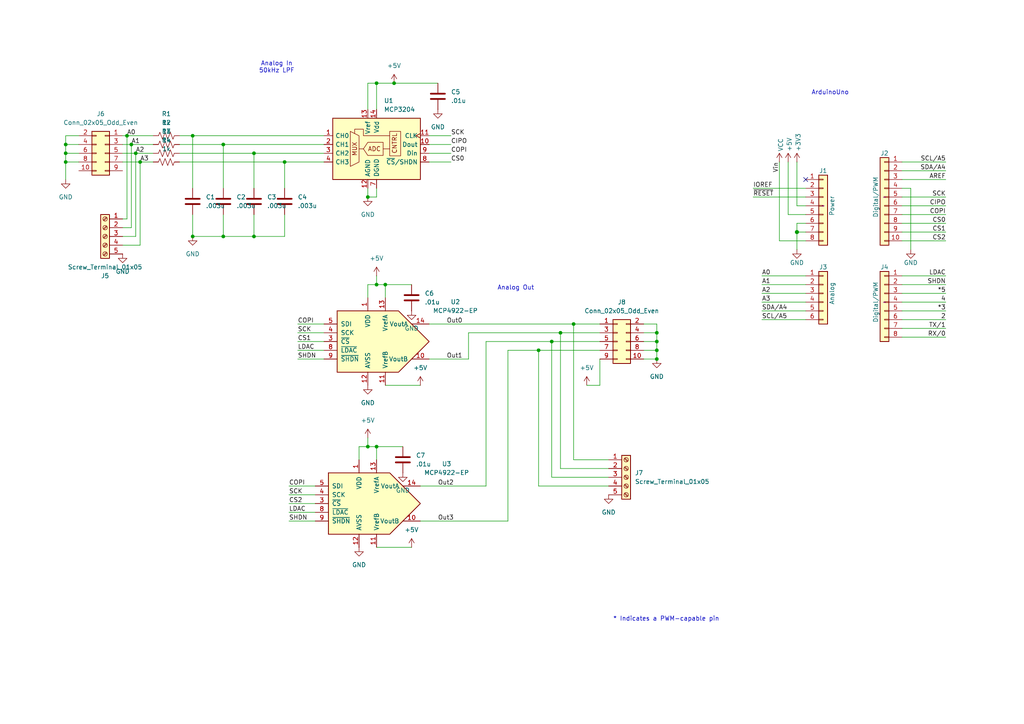
<source format=kicad_sch>
(kicad_sch
	(version 20250114)
	(generator "eeschema")
	(generator_version "9.0")
	(uuid "e63e39d7-6ac0-4ffd-8aa3-1841a4541b55")
	(paper "A4")
	(title_block
		(date "mar. 31 mars 2015")
	)
	(lib_symbols
		(symbol "Analog_ADC:MCP3204"
			(pin_names
				(offset 0.762)
			)
			(exclude_from_sim no)
			(in_bom yes)
			(on_board yes)
			(property "Reference" "U"
				(at -5.08 10.795 0)
				(effects
					(font
						(size 1.27 1.27)
					)
					(justify right)
				)
			)
			(property "Value" "MCP3204"
				(at -5.08 8.89 0)
				(effects
					(font
						(size 1.27 1.27)
					)
					(justify right)
				)
			)
			(property "Footprint" ""
				(at 22.86 -7.62 0)
				(effects
					(font
						(size 1.27 1.27)
					)
					(hide yes)
				)
			)
			(property "Datasheet" "http://ww1.microchip.com/downloads/en/DeviceDoc/21298c.pdf"
				(at 22.86 -7.62 0)
				(effects
					(font
						(size 1.27 1.27)
					)
					(hide yes)
				)
			)
			(property "Description" "A/D Converter, 12-Bit, 4-Channel, SPI Interface, 2.7V-5.5V"
				(at 0 0 0)
				(effects
					(font
						(size 1.27 1.27)
					)
					(hide yes)
				)
			)
			(property "ki_keywords" "12bit ADC Reference Single Supply SPI 4ch"
				(at 0 0 0)
				(effects
					(font
						(size 1.27 1.27)
					)
					(hide yes)
				)
			)
			(property "ki_fp_filters" "SOIC*3.9x8.7mm*P1.27mm* DIP*W7.62mm* TSSOP*4.4x5mm*P0.65mm*"
				(at 0 0 0)
				(effects
					(font
						(size 1.27 1.27)
					)
					(hide yes)
				)
			)
			(symbol "MCP3204_0_0"
				(text "MUX"
					(at -6.35 -1.27 900)
					(effects
						(font
							(size 1.27 1.27)
						)
					)
				)
				(text "ADC"
					(at -0.635 -1.27 0)
					(effects
						(font
							(size 1.27 1.27)
						)
					)
				)
				(text "CNTRL"
					(at 5.969 -2.667 900)
					(effects
						(font
							(size 1.27 1.27)
						)
						(justify left bottom)
					)
				)
			)
			(symbol "MCP3204_0_1"
				(polyline
					(pts
						(xy -7.62 3.81) (xy -7.62 -6.35) (xy -5.08 -5.08) (xy -5.08 2.54) (xy -7.62 3.81)
					)
					(stroke
						(width 0)
						(type default)
					)
					(fill
						(type none)
					)
				)
				(polyline
					(pts
						(xy -5.08 -1.27) (xy -3.81 -1.27)
					)
					(stroke
						(width 0)
						(type default)
					)
					(fill
						(type none)
					)
				)
				(polyline
					(pts
						(xy -3.81 -1.27) (xy -2.54 0.635) (xy 1.905 0.635) (xy 1.905 -3.175) (xy -2.54 -3.175) (xy -3.81 -1.27)
					)
					(stroke
						(width 0)
						(type default)
					)
					(fill
						(type none)
					)
				)
				(polyline
					(pts
						(xy 1.905 -1.27) (xy 3.81 -1.27)
					)
					(stroke
						(width 0)
						(type default)
					)
					(fill
						(type none)
					)
				)
				(polyline
					(pts
						(xy 3.81 2.54) (xy -3.81 2.54) (xy -3.81 4.445) (xy -6.35 4.445) (xy -6.35 3.175)
					)
					(stroke
						(width 0)
						(type default)
					)
					(fill
						(type none)
					)
				)
				(rectangle
					(start 3.81 -3.302)
					(end 6.985 3.81)
					(stroke
						(width 0)
						(type default)
					)
					(fill
						(type none)
					)
				)
				(rectangle
					(start 12.7 7.62)
					(end -12.7 -10.16)
					(stroke
						(width 0.254)
						(type default)
					)
					(fill
						(type background)
					)
				)
			)
			(symbol "MCP3204_1_1"
				(pin input line
					(at -15.24 2.54 0)
					(length 2.54)
					(name "CH0"
						(effects
							(font
								(size 1.27 1.27)
							)
						)
					)
					(number "1"
						(effects
							(font
								(size 1.27 1.27)
							)
						)
					)
				)
				(pin input line
					(at -15.24 0 0)
					(length 2.54)
					(name "CH1"
						(effects
							(font
								(size 1.27 1.27)
							)
						)
					)
					(number "2"
						(effects
							(font
								(size 1.27 1.27)
							)
						)
					)
				)
				(pin input line
					(at -15.24 -2.54 0)
					(length 2.54)
					(name "CH2"
						(effects
							(font
								(size 1.27 1.27)
							)
						)
					)
					(number "3"
						(effects
							(font
								(size 1.27 1.27)
							)
						)
					)
				)
				(pin input line
					(at -15.24 -5.08 0)
					(length 2.54)
					(name "CH3"
						(effects
							(font
								(size 1.27 1.27)
							)
						)
					)
					(number "4"
						(effects
							(font
								(size 1.27 1.27)
							)
						)
					)
				)
				(pin no_connect line
					(at -10.16 -10.16 90)
					(length 2.54)
					(hide yes)
					(name "NC"
						(effects
							(font
								(size 1.27 1.27)
							)
						)
					)
					(number "5"
						(effects
							(font
								(size 1.27 1.27)
							)
						)
					)
				)
				(pin no_connect line
					(at -7.62 -10.16 90)
					(length 2.54)
					(hide yes)
					(name "NC"
						(effects
							(font
								(size 1.27 1.27)
							)
						)
					)
					(number "6"
						(effects
							(font
								(size 1.27 1.27)
							)
						)
					)
				)
				(pin power_in line
					(at -2.54 10.16 270)
					(length 2.54)
					(name "Vref"
						(effects
							(font
								(size 1.27 1.27)
							)
						)
					)
					(number "13"
						(effects
							(font
								(size 1.27 1.27)
							)
						)
					)
				)
				(pin power_in line
					(at -2.54 -12.7 90)
					(length 2.54)
					(name "AGND"
						(effects
							(font
								(size 1.27 1.27)
							)
						)
					)
					(number "12"
						(effects
							(font
								(size 1.27 1.27)
							)
						)
					)
				)
				(pin power_in line
					(at 0 10.16 270)
					(length 2.54)
					(name "Vdd"
						(effects
							(font
								(size 1.27 1.27)
							)
						)
					)
					(number "14"
						(effects
							(font
								(size 1.27 1.27)
							)
						)
					)
				)
				(pin power_in line
					(at 0 -12.7 90)
					(length 2.54)
					(name "DGND"
						(effects
							(font
								(size 1.27 1.27)
							)
						)
					)
					(number "7"
						(effects
							(font
								(size 1.27 1.27)
							)
						)
					)
				)
				(pin input clock
					(at 15.24 2.54 180)
					(length 2.54)
					(name "CLK"
						(effects
							(font
								(size 1.27 1.27)
							)
						)
					)
					(number "11"
						(effects
							(font
								(size 1.27 1.27)
							)
						)
					)
				)
				(pin output line
					(at 15.24 0 180)
					(length 2.54)
					(name "Dout"
						(effects
							(font
								(size 1.27 1.27)
							)
						)
					)
					(number "10"
						(effects
							(font
								(size 1.27 1.27)
							)
						)
					)
				)
				(pin input line
					(at 15.24 -2.54 180)
					(length 2.54)
					(name "Din"
						(effects
							(font
								(size 1.27 1.27)
							)
						)
					)
					(number "9"
						(effects
							(font
								(size 1.27 1.27)
							)
						)
					)
				)
				(pin input line
					(at 15.24 -5.08 180)
					(length 2.54)
					(name "~{CS}/SHDN"
						(effects
							(font
								(size 1.27 1.27)
							)
						)
					)
					(number "8"
						(effects
							(font
								(size 1.27 1.27)
							)
						)
					)
				)
			)
			(embedded_fonts no)
		)
		(symbol "Analog_DAC:MCP4922-EP"
			(pin_names
				(offset 1.016)
			)
			(exclude_from_sim no)
			(in_bom yes)
			(on_board yes)
			(property "Reference" "U"
				(at -10.16 10.16 0)
				(effects
					(font
						(size 1.27 1.27)
					)
					(justify left)
				)
			)
			(property "Value" "MCP4922-EP"
				(at 3.81 10.16 0)
				(effects
					(font
						(size 1.27 1.27)
					)
					(justify left)
				)
			)
			(property "Footprint" ""
				(at 0 0 0)
				(effects
					(font
						(size 1.27 1.27)
						(italic yes)
					)
					(hide yes)
				)
			)
			(property "Datasheet" "http://ww1.microchip.com/downloads/en/devicedoc/21897a.pdf"
				(at 0 0 0)
				(effects
					(font
						(size 1.27 1.27)
					)
					(hide yes)
				)
			)
			(property "Description" "Dual 12-bit Digital to Analog Converter, SPI Interface, PDIP-14"
				(at 0 0 0)
				(effects
					(font
						(size 1.27 1.27)
					)
					(hide yes)
				)
			)
			(property "ki_keywords" "Dual DAC 1ch 12bit SPI"
				(at 0 0 0)
				(effects
					(font
						(size 1.27 1.27)
					)
					(hide yes)
				)
			)
			(property "ki_fp_filters" "DIP* PDIP* SO* SOIC* TSSOP*"
				(at 0 0 0)
				(effects
					(font
						(size 1.27 1.27)
					)
					(hide yes)
				)
			)
			(symbol "MCP4922-EP_0_1"
				(polyline
					(pts
						(xy -11.43 8.89) (xy 6.35 8.89) (xy 15.24 0) (xy 6.35 -8.89) (xy -11.43 -8.89) (xy -11.43 8.89)
					)
					(stroke
						(width 0.254)
						(type default)
					)
					(fill
						(type background)
					)
				)
			)
			(symbol "MCP4922-EP_1_1"
				(pin input line
					(at -15.24 5.08 0)
					(length 3.81)
					(name "SDI"
						(effects
							(font
								(size 1.27 1.27)
							)
						)
					)
					(number "5"
						(effects
							(font
								(size 1.27 1.27)
							)
						)
					)
				)
				(pin input line
					(at -15.24 2.54 0)
					(length 3.81)
					(name "SCK"
						(effects
							(font
								(size 1.27 1.27)
							)
						)
					)
					(number "4"
						(effects
							(font
								(size 1.27 1.27)
							)
						)
					)
				)
				(pin input line
					(at -15.24 0 0)
					(length 3.81)
					(name "~{CS}"
						(effects
							(font
								(size 1.27 1.27)
							)
						)
					)
					(number "3"
						(effects
							(font
								(size 1.27 1.27)
							)
						)
					)
				)
				(pin input line
					(at -15.24 -2.54 0)
					(length 3.81)
					(name "~{LDAC}"
						(effects
							(font
								(size 1.27 1.27)
							)
						)
					)
					(number "8"
						(effects
							(font
								(size 1.27 1.27)
							)
						)
					)
				)
				(pin input line
					(at -15.24 -5.08 0)
					(length 3.81)
					(name "~{SHDN}"
						(effects
							(font
								(size 1.27 1.27)
							)
						)
					)
					(number "9"
						(effects
							(font
								(size 1.27 1.27)
							)
						)
					)
				)
				(pin no_connect line
					(at -10.16 -8.89 90)
					(length 2.54)
					(hide yes)
					(name "NC"
						(effects
							(font
								(size 1.27 1.27)
							)
						)
					)
					(number "7"
						(effects
							(font
								(size 1.27 1.27)
							)
						)
					)
				)
				(pin no_connect line
					(at -7.62 -8.89 90)
					(length 2.54)
					(hide yes)
					(name "NC"
						(effects
							(font
								(size 1.27 1.27)
							)
						)
					)
					(number "6"
						(effects
							(font
								(size 1.27 1.27)
							)
						)
					)
				)
				(pin no_connect line
					(at -5.08 -8.89 90)
					(length 2.54)
					(hide yes)
					(name "NC"
						(effects
							(font
								(size 1.27 1.27)
							)
						)
					)
					(number "2"
						(effects
							(font
								(size 1.27 1.27)
							)
						)
					)
				)
				(pin power_in line
					(at -2.54 12.7 270)
					(length 3.81)
					(name "VDD"
						(effects
							(font
								(size 1.27 1.27)
							)
						)
					)
					(number "1"
						(effects
							(font
								(size 1.27 1.27)
							)
						)
					)
				)
				(pin power_in line
					(at -2.54 -12.7 90)
					(length 3.81)
					(name "AVSS"
						(effects
							(font
								(size 1.27 1.27)
							)
						)
					)
					(number "12"
						(effects
							(font
								(size 1.27 1.27)
							)
						)
					)
				)
				(pin passive line
					(at 2.54 12.7 270)
					(length 3.81)
					(name "VrefA"
						(effects
							(font
								(size 1.27 1.27)
							)
						)
					)
					(number "13"
						(effects
							(font
								(size 1.27 1.27)
							)
						)
					)
				)
				(pin passive line
					(at 2.54 -12.7 90)
					(length 3.81)
					(name "VrefB"
						(effects
							(font
								(size 1.27 1.27)
							)
						)
					)
					(number "11"
						(effects
							(font
								(size 1.27 1.27)
							)
						)
					)
				)
				(pin passive line
					(at 15.24 5.08 180)
					(length 5.08)
					(name "VoutA"
						(effects
							(font
								(size 1.27 1.27)
							)
						)
					)
					(number "14"
						(effects
							(font
								(size 1.27 1.27)
							)
						)
					)
				)
				(pin passive line
					(at 15.24 -5.08 180)
					(length 5.08)
					(name "VoutB"
						(effects
							(font
								(size 1.27 1.27)
							)
						)
					)
					(number "10"
						(effects
							(font
								(size 1.27 1.27)
							)
						)
					)
				)
			)
			(embedded_fonts no)
		)
		(symbol "Connector:Screw_Terminal_01x05"
			(pin_names
				(offset 1.016)
				(hide yes)
			)
			(exclude_from_sim no)
			(in_bom yes)
			(on_board yes)
			(property "Reference" "J"
				(at 0 7.62 0)
				(effects
					(font
						(size 1.27 1.27)
					)
				)
			)
			(property "Value" "Screw_Terminal_01x05"
				(at 0 -7.62 0)
				(effects
					(font
						(size 1.27 1.27)
					)
				)
			)
			(property "Footprint" ""
				(at 0 0 0)
				(effects
					(font
						(size 1.27 1.27)
					)
					(hide yes)
				)
			)
			(property "Datasheet" "~"
				(at 0 0 0)
				(effects
					(font
						(size 1.27 1.27)
					)
					(hide yes)
				)
			)
			(property "Description" "Generic screw terminal, single row, 01x05, script generated (kicad-library-utils/schlib/autogen/connector/)"
				(at 0 0 0)
				(effects
					(font
						(size 1.27 1.27)
					)
					(hide yes)
				)
			)
			(property "ki_keywords" "screw terminal"
				(at 0 0 0)
				(effects
					(font
						(size 1.27 1.27)
					)
					(hide yes)
				)
			)
			(property "ki_fp_filters" "TerminalBlock*:*"
				(at 0 0 0)
				(effects
					(font
						(size 1.27 1.27)
					)
					(hide yes)
				)
			)
			(symbol "Screw_Terminal_01x05_1_1"
				(rectangle
					(start -1.27 6.35)
					(end 1.27 -6.35)
					(stroke
						(width 0.254)
						(type default)
					)
					(fill
						(type background)
					)
				)
				(polyline
					(pts
						(xy -0.5334 5.4102) (xy 0.3302 4.572)
					)
					(stroke
						(width 0.1524)
						(type default)
					)
					(fill
						(type none)
					)
				)
				(polyline
					(pts
						(xy -0.5334 2.8702) (xy 0.3302 2.032)
					)
					(stroke
						(width 0.1524)
						(type default)
					)
					(fill
						(type none)
					)
				)
				(polyline
					(pts
						(xy -0.5334 0.3302) (xy 0.3302 -0.508)
					)
					(stroke
						(width 0.1524)
						(type default)
					)
					(fill
						(type none)
					)
				)
				(polyline
					(pts
						(xy -0.5334 -2.2098) (xy 0.3302 -3.048)
					)
					(stroke
						(width 0.1524)
						(type default)
					)
					(fill
						(type none)
					)
				)
				(polyline
					(pts
						(xy -0.5334 -4.7498) (xy 0.3302 -5.588)
					)
					(stroke
						(width 0.1524)
						(type default)
					)
					(fill
						(type none)
					)
				)
				(polyline
					(pts
						(xy -0.3556 5.588) (xy 0.508 4.7498)
					)
					(stroke
						(width 0.1524)
						(type default)
					)
					(fill
						(type none)
					)
				)
				(polyline
					(pts
						(xy -0.3556 3.048) (xy 0.508 2.2098)
					)
					(stroke
						(width 0.1524)
						(type default)
					)
					(fill
						(type none)
					)
				)
				(polyline
					(pts
						(xy -0.3556 0.508) (xy 0.508 -0.3302)
					)
					(stroke
						(width 0.1524)
						(type default)
					)
					(fill
						(type none)
					)
				)
				(polyline
					(pts
						(xy -0.3556 -2.032) (xy 0.508 -2.8702)
					)
					(stroke
						(width 0.1524)
						(type default)
					)
					(fill
						(type none)
					)
				)
				(polyline
					(pts
						(xy -0.3556 -4.572) (xy 0.508 -5.4102)
					)
					(stroke
						(width 0.1524)
						(type default)
					)
					(fill
						(type none)
					)
				)
				(circle
					(center 0 5.08)
					(radius 0.635)
					(stroke
						(width 0.1524)
						(type default)
					)
					(fill
						(type none)
					)
				)
				(circle
					(center 0 2.54)
					(radius 0.635)
					(stroke
						(width 0.1524)
						(type default)
					)
					(fill
						(type none)
					)
				)
				(circle
					(center 0 0)
					(radius 0.635)
					(stroke
						(width 0.1524)
						(type default)
					)
					(fill
						(type none)
					)
				)
				(circle
					(center 0 -2.54)
					(radius 0.635)
					(stroke
						(width 0.1524)
						(type default)
					)
					(fill
						(type none)
					)
				)
				(circle
					(center 0 -5.08)
					(radius 0.635)
					(stroke
						(width 0.1524)
						(type default)
					)
					(fill
						(type none)
					)
				)
				(pin passive line
					(at -5.08 5.08 0)
					(length 3.81)
					(name "Pin_1"
						(effects
							(font
								(size 1.27 1.27)
							)
						)
					)
					(number "1"
						(effects
							(font
								(size 1.27 1.27)
							)
						)
					)
				)
				(pin passive line
					(at -5.08 2.54 0)
					(length 3.81)
					(name "Pin_2"
						(effects
							(font
								(size 1.27 1.27)
							)
						)
					)
					(number "2"
						(effects
							(font
								(size 1.27 1.27)
							)
						)
					)
				)
				(pin passive line
					(at -5.08 0 0)
					(length 3.81)
					(name "Pin_3"
						(effects
							(font
								(size 1.27 1.27)
							)
						)
					)
					(number "3"
						(effects
							(font
								(size 1.27 1.27)
							)
						)
					)
				)
				(pin passive line
					(at -5.08 -2.54 0)
					(length 3.81)
					(name "Pin_4"
						(effects
							(font
								(size 1.27 1.27)
							)
						)
					)
					(number "4"
						(effects
							(font
								(size 1.27 1.27)
							)
						)
					)
				)
				(pin passive line
					(at -5.08 -5.08 0)
					(length 3.81)
					(name "Pin_5"
						(effects
							(font
								(size 1.27 1.27)
							)
						)
					)
					(number "5"
						(effects
							(font
								(size 1.27 1.27)
							)
						)
					)
				)
			)
			(embedded_fonts no)
		)
		(symbol "Connector_Generic:Conn_01x06"
			(pin_names
				(offset 1.016)
				(hide yes)
			)
			(exclude_from_sim no)
			(in_bom yes)
			(on_board yes)
			(property "Reference" "J"
				(at 0 7.62 0)
				(effects
					(font
						(size 1.27 1.27)
					)
				)
			)
			(property "Value" "Conn_01x06"
				(at 0 -10.16 0)
				(effects
					(font
						(size 1.27 1.27)
					)
				)
			)
			(property "Footprint" ""
				(at 0 0 0)
				(effects
					(font
						(size 1.27 1.27)
					)
					(hide yes)
				)
			)
			(property "Datasheet" "~"
				(at 0 0 0)
				(effects
					(font
						(size 1.27 1.27)
					)
					(hide yes)
				)
			)
			(property "Description" "Generic connector, single row, 01x06, script generated (kicad-library-utils/schlib/autogen/connector/)"
				(at 0 0 0)
				(effects
					(font
						(size 1.27 1.27)
					)
					(hide yes)
				)
			)
			(property "ki_keywords" "connector"
				(at 0 0 0)
				(effects
					(font
						(size 1.27 1.27)
					)
					(hide yes)
				)
			)
			(property "ki_fp_filters" "Connector*:*_1x??_*"
				(at 0 0 0)
				(effects
					(font
						(size 1.27 1.27)
					)
					(hide yes)
				)
			)
			(symbol "Conn_01x06_1_1"
				(rectangle
					(start -1.27 6.35)
					(end 1.27 -8.89)
					(stroke
						(width 0.254)
						(type default)
					)
					(fill
						(type background)
					)
				)
				(rectangle
					(start -1.27 5.207)
					(end 0 4.953)
					(stroke
						(width 0.1524)
						(type default)
					)
					(fill
						(type none)
					)
				)
				(rectangle
					(start -1.27 2.667)
					(end 0 2.413)
					(stroke
						(width 0.1524)
						(type default)
					)
					(fill
						(type none)
					)
				)
				(rectangle
					(start -1.27 0.127)
					(end 0 -0.127)
					(stroke
						(width 0.1524)
						(type default)
					)
					(fill
						(type none)
					)
				)
				(rectangle
					(start -1.27 -2.413)
					(end 0 -2.667)
					(stroke
						(width 0.1524)
						(type default)
					)
					(fill
						(type none)
					)
				)
				(rectangle
					(start -1.27 -4.953)
					(end 0 -5.207)
					(stroke
						(width 0.1524)
						(type default)
					)
					(fill
						(type none)
					)
				)
				(rectangle
					(start -1.27 -7.493)
					(end 0 -7.747)
					(stroke
						(width 0.1524)
						(type default)
					)
					(fill
						(type none)
					)
				)
				(pin passive line
					(at -5.08 5.08 0)
					(length 3.81)
					(name "Pin_1"
						(effects
							(font
								(size 1.27 1.27)
							)
						)
					)
					(number "1"
						(effects
							(font
								(size 1.27 1.27)
							)
						)
					)
				)
				(pin passive line
					(at -5.08 2.54 0)
					(length 3.81)
					(name "Pin_2"
						(effects
							(font
								(size 1.27 1.27)
							)
						)
					)
					(number "2"
						(effects
							(font
								(size 1.27 1.27)
							)
						)
					)
				)
				(pin passive line
					(at -5.08 0 0)
					(length 3.81)
					(name "Pin_3"
						(effects
							(font
								(size 1.27 1.27)
							)
						)
					)
					(number "3"
						(effects
							(font
								(size 1.27 1.27)
							)
						)
					)
				)
				(pin passive line
					(at -5.08 -2.54 0)
					(length 3.81)
					(name "Pin_4"
						(effects
							(font
								(size 1.27 1.27)
							)
						)
					)
					(number "4"
						(effects
							(font
								(size 1.27 1.27)
							)
						)
					)
				)
				(pin passive line
					(at -5.08 -5.08 0)
					(length 3.81)
					(name "Pin_5"
						(effects
							(font
								(size 1.27 1.27)
							)
						)
					)
					(number "5"
						(effects
							(font
								(size 1.27 1.27)
							)
						)
					)
				)
				(pin passive line
					(at -5.08 -7.62 0)
					(length 3.81)
					(name "Pin_6"
						(effects
							(font
								(size 1.27 1.27)
							)
						)
					)
					(number "6"
						(effects
							(font
								(size 1.27 1.27)
							)
						)
					)
				)
			)
			(embedded_fonts no)
		)
		(symbol "Connector_Generic:Conn_01x08"
			(pin_names
				(offset 1.016)
				(hide yes)
			)
			(exclude_from_sim no)
			(in_bom yes)
			(on_board yes)
			(property "Reference" "J"
				(at 0 10.16 0)
				(effects
					(font
						(size 1.27 1.27)
					)
				)
			)
			(property "Value" "Conn_01x08"
				(at 0 -12.7 0)
				(effects
					(font
						(size 1.27 1.27)
					)
				)
			)
			(property "Footprint" ""
				(at 0 0 0)
				(effects
					(font
						(size 1.27 1.27)
					)
					(hide yes)
				)
			)
			(property "Datasheet" "~"
				(at 0 0 0)
				(effects
					(font
						(size 1.27 1.27)
					)
					(hide yes)
				)
			)
			(property "Description" "Generic connector, single row, 01x08, script generated (kicad-library-utils/schlib/autogen/connector/)"
				(at 0 0 0)
				(effects
					(font
						(size 1.27 1.27)
					)
					(hide yes)
				)
			)
			(property "ki_keywords" "connector"
				(at 0 0 0)
				(effects
					(font
						(size 1.27 1.27)
					)
					(hide yes)
				)
			)
			(property "ki_fp_filters" "Connector*:*_1x??_*"
				(at 0 0 0)
				(effects
					(font
						(size 1.27 1.27)
					)
					(hide yes)
				)
			)
			(symbol "Conn_01x08_1_1"
				(rectangle
					(start -1.27 8.89)
					(end 1.27 -11.43)
					(stroke
						(width 0.254)
						(type default)
					)
					(fill
						(type background)
					)
				)
				(rectangle
					(start -1.27 7.747)
					(end 0 7.493)
					(stroke
						(width 0.1524)
						(type default)
					)
					(fill
						(type none)
					)
				)
				(rectangle
					(start -1.27 5.207)
					(end 0 4.953)
					(stroke
						(width 0.1524)
						(type default)
					)
					(fill
						(type none)
					)
				)
				(rectangle
					(start -1.27 2.667)
					(end 0 2.413)
					(stroke
						(width 0.1524)
						(type default)
					)
					(fill
						(type none)
					)
				)
				(rectangle
					(start -1.27 0.127)
					(end 0 -0.127)
					(stroke
						(width 0.1524)
						(type default)
					)
					(fill
						(type none)
					)
				)
				(rectangle
					(start -1.27 -2.413)
					(end 0 -2.667)
					(stroke
						(width 0.1524)
						(type default)
					)
					(fill
						(type none)
					)
				)
				(rectangle
					(start -1.27 -4.953)
					(end 0 -5.207)
					(stroke
						(width 0.1524)
						(type default)
					)
					(fill
						(type none)
					)
				)
				(rectangle
					(start -1.27 -7.493)
					(end 0 -7.747)
					(stroke
						(width 0.1524)
						(type default)
					)
					(fill
						(type none)
					)
				)
				(rectangle
					(start -1.27 -10.033)
					(end 0 -10.287)
					(stroke
						(width 0.1524)
						(type default)
					)
					(fill
						(type none)
					)
				)
				(pin passive line
					(at -5.08 7.62 0)
					(length 3.81)
					(name "Pin_1"
						(effects
							(font
								(size 1.27 1.27)
							)
						)
					)
					(number "1"
						(effects
							(font
								(size 1.27 1.27)
							)
						)
					)
				)
				(pin passive line
					(at -5.08 5.08 0)
					(length 3.81)
					(name "Pin_2"
						(effects
							(font
								(size 1.27 1.27)
							)
						)
					)
					(number "2"
						(effects
							(font
								(size 1.27 1.27)
							)
						)
					)
				)
				(pin passive line
					(at -5.08 2.54 0)
					(length 3.81)
					(name "Pin_3"
						(effects
							(font
								(size 1.27 1.27)
							)
						)
					)
					(number "3"
						(effects
							(font
								(size 1.27 1.27)
							)
						)
					)
				)
				(pin passive line
					(at -5.08 0 0)
					(length 3.81)
					(name "Pin_4"
						(effects
							(font
								(size 1.27 1.27)
							)
						)
					)
					(number "4"
						(effects
							(font
								(size 1.27 1.27)
							)
						)
					)
				)
				(pin passive line
					(at -5.08 -2.54 0)
					(length 3.81)
					(name "Pin_5"
						(effects
							(font
								(size 1.27 1.27)
							)
						)
					)
					(number "5"
						(effects
							(font
								(size 1.27 1.27)
							)
						)
					)
				)
				(pin passive line
					(at -5.08 -5.08 0)
					(length 3.81)
					(name "Pin_6"
						(effects
							(font
								(size 1.27 1.27)
							)
						)
					)
					(number "6"
						(effects
							(font
								(size 1.27 1.27)
							)
						)
					)
				)
				(pin passive line
					(at -5.08 -7.62 0)
					(length 3.81)
					(name "Pin_7"
						(effects
							(font
								(size 1.27 1.27)
							)
						)
					)
					(number "7"
						(effects
							(font
								(size 1.27 1.27)
							)
						)
					)
				)
				(pin passive line
					(at -5.08 -10.16 0)
					(length 3.81)
					(name "Pin_8"
						(effects
							(font
								(size 1.27 1.27)
							)
						)
					)
					(number "8"
						(effects
							(font
								(size 1.27 1.27)
							)
						)
					)
				)
			)
			(embedded_fonts no)
		)
		(symbol "Connector_Generic:Conn_01x10"
			(pin_names
				(offset 1.016)
				(hide yes)
			)
			(exclude_from_sim no)
			(in_bom yes)
			(on_board yes)
			(property "Reference" "J"
				(at 0 12.7 0)
				(effects
					(font
						(size 1.27 1.27)
					)
				)
			)
			(property "Value" "Conn_01x10"
				(at 0 -15.24 0)
				(effects
					(font
						(size 1.27 1.27)
					)
				)
			)
			(property "Footprint" ""
				(at 0 0 0)
				(effects
					(font
						(size 1.27 1.27)
					)
					(hide yes)
				)
			)
			(property "Datasheet" "~"
				(at 0 0 0)
				(effects
					(font
						(size 1.27 1.27)
					)
					(hide yes)
				)
			)
			(property "Description" "Generic connector, single row, 01x10, script generated (kicad-library-utils/schlib/autogen/connector/)"
				(at 0 0 0)
				(effects
					(font
						(size 1.27 1.27)
					)
					(hide yes)
				)
			)
			(property "ki_keywords" "connector"
				(at 0 0 0)
				(effects
					(font
						(size 1.27 1.27)
					)
					(hide yes)
				)
			)
			(property "ki_fp_filters" "Connector*:*_1x??_*"
				(at 0 0 0)
				(effects
					(font
						(size 1.27 1.27)
					)
					(hide yes)
				)
			)
			(symbol "Conn_01x10_1_1"
				(rectangle
					(start -1.27 11.43)
					(end 1.27 -13.97)
					(stroke
						(width 0.254)
						(type default)
					)
					(fill
						(type background)
					)
				)
				(rectangle
					(start -1.27 10.287)
					(end 0 10.033)
					(stroke
						(width 0.1524)
						(type default)
					)
					(fill
						(type none)
					)
				)
				(rectangle
					(start -1.27 7.747)
					(end 0 7.493)
					(stroke
						(width 0.1524)
						(type default)
					)
					(fill
						(type none)
					)
				)
				(rectangle
					(start -1.27 5.207)
					(end 0 4.953)
					(stroke
						(width 0.1524)
						(type default)
					)
					(fill
						(type none)
					)
				)
				(rectangle
					(start -1.27 2.667)
					(end 0 2.413)
					(stroke
						(width 0.1524)
						(type default)
					)
					(fill
						(type none)
					)
				)
				(rectangle
					(start -1.27 0.127)
					(end 0 -0.127)
					(stroke
						(width 0.1524)
						(type default)
					)
					(fill
						(type none)
					)
				)
				(rectangle
					(start -1.27 -2.413)
					(end 0 -2.667)
					(stroke
						(width 0.1524)
						(type default)
					)
					(fill
						(type none)
					)
				)
				(rectangle
					(start -1.27 -4.953)
					(end 0 -5.207)
					(stroke
						(width 0.1524)
						(type default)
					)
					(fill
						(type none)
					)
				)
				(rectangle
					(start -1.27 -7.493)
					(end 0 -7.747)
					(stroke
						(width 0.1524)
						(type default)
					)
					(fill
						(type none)
					)
				)
				(rectangle
					(start -1.27 -10.033)
					(end 0 -10.287)
					(stroke
						(width 0.1524)
						(type default)
					)
					(fill
						(type none)
					)
				)
				(rectangle
					(start -1.27 -12.573)
					(end 0 -12.827)
					(stroke
						(width 0.1524)
						(type default)
					)
					(fill
						(type none)
					)
				)
				(pin passive line
					(at -5.08 10.16 0)
					(length 3.81)
					(name "Pin_1"
						(effects
							(font
								(size 1.27 1.27)
							)
						)
					)
					(number "1"
						(effects
							(font
								(size 1.27 1.27)
							)
						)
					)
				)
				(pin passive line
					(at -5.08 7.62 0)
					(length 3.81)
					(name "Pin_2"
						(effects
							(font
								(size 1.27 1.27)
							)
						)
					)
					(number "2"
						(effects
							(font
								(size 1.27 1.27)
							)
						)
					)
				)
				(pin passive line
					(at -5.08 5.08 0)
					(length 3.81)
					(name "Pin_3"
						(effects
							(font
								(size 1.27 1.27)
							)
						)
					)
					(number "3"
						(effects
							(font
								(size 1.27 1.27)
							)
						)
					)
				)
				(pin passive line
					(at -5.08 2.54 0)
					(length 3.81)
					(name "Pin_4"
						(effects
							(font
								(size 1.27 1.27)
							)
						)
					)
					(number "4"
						(effects
							(font
								(size 1.27 1.27)
							)
						)
					)
				)
				(pin passive line
					(at -5.08 0 0)
					(length 3.81)
					(name "Pin_5"
						(effects
							(font
								(size 1.27 1.27)
							)
						)
					)
					(number "5"
						(effects
							(font
								(size 1.27 1.27)
							)
						)
					)
				)
				(pin passive line
					(at -5.08 -2.54 0)
					(length 3.81)
					(name "Pin_6"
						(effects
							(font
								(size 1.27 1.27)
							)
						)
					)
					(number "6"
						(effects
							(font
								(size 1.27 1.27)
							)
						)
					)
				)
				(pin passive line
					(at -5.08 -5.08 0)
					(length 3.81)
					(name "Pin_7"
						(effects
							(font
								(size 1.27 1.27)
							)
						)
					)
					(number "7"
						(effects
							(font
								(size 1.27 1.27)
							)
						)
					)
				)
				(pin passive line
					(at -5.08 -7.62 0)
					(length 3.81)
					(name "Pin_8"
						(effects
							(font
								(size 1.27 1.27)
							)
						)
					)
					(number "8"
						(effects
							(font
								(size 1.27 1.27)
							)
						)
					)
				)
				(pin passive line
					(at -5.08 -10.16 0)
					(length 3.81)
					(name "Pin_9"
						(effects
							(font
								(size 1.27 1.27)
							)
						)
					)
					(number "9"
						(effects
							(font
								(size 1.27 1.27)
							)
						)
					)
				)
				(pin passive line
					(at -5.08 -12.7 0)
					(length 3.81)
					(name "Pin_10"
						(effects
							(font
								(size 1.27 1.27)
							)
						)
					)
					(number "10"
						(effects
							(font
								(size 1.27 1.27)
							)
						)
					)
				)
			)
			(embedded_fonts no)
		)
		(symbol "Connector_Generic:Conn_02x05_Odd_Even"
			(pin_names
				(offset 1.016)
				(hide yes)
			)
			(exclude_from_sim no)
			(in_bom yes)
			(on_board yes)
			(property "Reference" "J"
				(at 1.27 7.62 0)
				(effects
					(font
						(size 1.27 1.27)
					)
				)
			)
			(property "Value" "Conn_02x05_Odd_Even"
				(at 1.27 -7.62 0)
				(effects
					(font
						(size 1.27 1.27)
					)
				)
			)
			(property "Footprint" ""
				(at 0 0 0)
				(effects
					(font
						(size 1.27 1.27)
					)
					(hide yes)
				)
			)
			(property "Datasheet" "~"
				(at 0 0 0)
				(effects
					(font
						(size 1.27 1.27)
					)
					(hide yes)
				)
			)
			(property "Description" "Generic connector, double row, 02x05, odd/even pin numbering scheme (row 1 odd numbers, row 2 even numbers), script generated (kicad-library-utils/schlib/autogen/connector/)"
				(at 0 0 0)
				(effects
					(font
						(size 1.27 1.27)
					)
					(hide yes)
				)
			)
			(property "ki_keywords" "connector"
				(at 0 0 0)
				(effects
					(font
						(size 1.27 1.27)
					)
					(hide yes)
				)
			)
			(property "ki_fp_filters" "Connector*:*_2x??_*"
				(at 0 0 0)
				(effects
					(font
						(size 1.27 1.27)
					)
					(hide yes)
				)
			)
			(symbol "Conn_02x05_Odd_Even_1_1"
				(rectangle
					(start -1.27 6.35)
					(end 3.81 -6.35)
					(stroke
						(width 0.254)
						(type default)
					)
					(fill
						(type background)
					)
				)
				(rectangle
					(start -1.27 5.207)
					(end 0 4.953)
					(stroke
						(width 0.1524)
						(type default)
					)
					(fill
						(type none)
					)
				)
				(rectangle
					(start -1.27 2.667)
					(end 0 2.413)
					(stroke
						(width 0.1524)
						(type default)
					)
					(fill
						(type none)
					)
				)
				(rectangle
					(start -1.27 0.127)
					(end 0 -0.127)
					(stroke
						(width 0.1524)
						(type default)
					)
					(fill
						(type none)
					)
				)
				(rectangle
					(start -1.27 -2.413)
					(end 0 -2.667)
					(stroke
						(width 0.1524)
						(type default)
					)
					(fill
						(type none)
					)
				)
				(rectangle
					(start -1.27 -4.953)
					(end 0 -5.207)
					(stroke
						(width 0.1524)
						(type default)
					)
					(fill
						(type none)
					)
				)
				(rectangle
					(start 3.81 5.207)
					(end 2.54 4.953)
					(stroke
						(width 0.1524)
						(type default)
					)
					(fill
						(type none)
					)
				)
				(rectangle
					(start 3.81 2.667)
					(end 2.54 2.413)
					(stroke
						(width 0.1524)
						(type default)
					)
					(fill
						(type none)
					)
				)
				(rectangle
					(start 3.81 0.127)
					(end 2.54 -0.127)
					(stroke
						(width 0.1524)
						(type default)
					)
					(fill
						(type none)
					)
				)
				(rectangle
					(start 3.81 -2.413)
					(end 2.54 -2.667)
					(stroke
						(width 0.1524)
						(type default)
					)
					(fill
						(type none)
					)
				)
				(rectangle
					(start 3.81 -4.953)
					(end 2.54 -5.207)
					(stroke
						(width 0.1524)
						(type default)
					)
					(fill
						(type none)
					)
				)
				(pin passive line
					(at -5.08 5.08 0)
					(length 3.81)
					(name "Pin_1"
						(effects
							(font
								(size 1.27 1.27)
							)
						)
					)
					(number "1"
						(effects
							(font
								(size 1.27 1.27)
							)
						)
					)
				)
				(pin passive line
					(at -5.08 2.54 0)
					(length 3.81)
					(name "Pin_3"
						(effects
							(font
								(size 1.27 1.27)
							)
						)
					)
					(number "3"
						(effects
							(font
								(size 1.27 1.27)
							)
						)
					)
				)
				(pin passive line
					(at -5.08 0 0)
					(length 3.81)
					(name "Pin_5"
						(effects
							(font
								(size 1.27 1.27)
							)
						)
					)
					(number "5"
						(effects
							(font
								(size 1.27 1.27)
							)
						)
					)
				)
				(pin passive line
					(at -5.08 -2.54 0)
					(length 3.81)
					(name "Pin_7"
						(effects
							(font
								(size 1.27 1.27)
							)
						)
					)
					(number "7"
						(effects
							(font
								(size 1.27 1.27)
							)
						)
					)
				)
				(pin passive line
					(at -5.08 -5.08 0)
					(length 3.81)
					(name "Pin_9"
						(effects
							(font
								(size 1.27 1.27)
							)
						)
					)
					(number "9"
						(effects
							(font
								(size 1.27 1.27)
							)
						)
					)
				)
				(pin passive line
					(at 7.62 5.08 180)
					(length 3.81)
					(name "Pin_2"
						(effects
							(font
								(size 1.27 1.27)
							)
						)
					)
					(number "2"
						(effects
							(font
								(size 1.27 1.27)
							)
						)
					)
				)
				(pin passive line
					(at 7.62 2.54 180)
					(length 3.81)
					(name "Pin_4"
						(effects
							(font
								(size 1.27 1.27)
							)
						)
					)
					(number "4"
						(effects
							(font
								(size 1.27 1.27)
							)
						)
					)
				)
				(pin passive line
					(at 7.62 0 180)
					(length 3.81)
					(name "Pin_6"
						(effects
							(font
								(size 1.27 1.27)
							)
						)
					)
					(number "6"
						(effects
							(font
								(size 1.27 1.27)
							)
						)
					)
				)
				(pin passive line
					(at 7.62 -2.54 180)
					(length 3.81)
					(name "Pin_8"
						(effects
							(font
								(size 1.27 1.27)
							)
						)
					)
					(number "8"
						(effects
							(font
								(size 1.27 1.27)
							)
						)
					)
				)
				(pin passive line
					(at 7.62 -5.08 180)
					(length 3.81)
					(name "Pin_10"
						(effects
							(font
								(size 1.27 1.27)
							)
						)
					)
					(number "10"
						(effects
							(font
								(size 1.27 1.27)
							)
						)
					)
				)
			)
			(embedded_fonts no)
		)
		(symbol "Device:C"
			(pin_numbers
				(hide yes)
			)
			(pin_names
				(offset 0.254)
			)
			(exclude_from_sim no)
			(in_bom yes)
			(on_board yes)
			(property "Reference" "C"
				(at 0.635 2.54 0)
				(effects
					(font
						(size 1.27 1.27)
					)
					(justify left)
				)
			)
			(property "Value" "C"
				(at 0.635 -2.54 0)
				(effects
					(font
						(size 1.27 1.27)
					)
					(justify left)
				)
			)
			(property "Footprint" ""
				(at 0.9652 -3.81 0)
				(effects
					(font
						(size 1.27 1.27)
					)
					(hide yes)
				)
			)
			(property "Datasheet" "~"
				(at 0 0 0)
				(effects
					(font
						(size 1.27 1.27)
					)
					(hide yes)
				)
			)
			(property "Description" "Unpolarized capacitor"
				(at 0 0 0)
				(effects
					(font
						(size 1.27 1.27)
					)
					(hide yes)
				)
			)
			(property "ki_keywords" "cap capacitor"
				(at 0 0 0)
				(effects
					(font
						(size 1.27 1.27)
					)
					(hide yes)
				)
			)
			(property "ki_fp_filters" "C_*"
				(at 0 0 0)
				(effects
					(font
						(size 1.27 1.27)
					)
					(hide yes)
				)
			)
			(symbol "C_0_1"
				(polyline
					(pts
						(xy -2.032 0.762) (xy 2.032 0.762)
					)
					(stroke
						(width 0.508)
						(type default)
					)
					(fill
						(type none)
					)
				)
				(polyline
					(pts
						(xy -2.032 -0.762) (xy 2.032 -0.762)
					)
					(stroke
						(width 0.508)
						(type default)
					)
					(fill
						(type none)
					)
				)
			)
			(symbol "C_1_1"
				(pin passive line
					(at 0 3.81 270)
					(length 2.794)
					(name "~"
						(effects
							(font
								(size 1.27 1.27)
							)
						)
					)
					(number "1"
						(effects
							(font
								(size 1.27 1.27)
							)
						)
					)
				)
				(pin passive line
					(at 0 -3.81 90)
					(length 2.794)
					(name "~"
						(effects
							(font
								(size 1.27 1.27)
							)
						)
					)
					(number "2"
						(effects
							(font
								(size 1.27 1.27)
							)
						)
					)
				)
			)
			(embedded_fonts no)
		)
		(symbol "Device:R_US"
			(pin_numbers
				(hide yes)
			)
			(pin_names
				(offset 0)
			)
			(exclude_from_sim no)
			(in_bom yes)
			(on_board yes)
			(property "Reference" "R"
				(at 2.54 0 90)
				(effects
					(font
						(size 1.27 1.27)
					)
				)
			)
			(property "Value" "R_US"
				(at -2.54 0 90)
				(effects
					(font
						(size 1.27 1.27)
					)
				)
			)
			(property "Footprint" ""
				(at 1.016 -0.254 90)
				(effects
					(font
						(size 1.27 1.27)
					)
					(hide yes)
				)
			)
			(property "Datasheet" "~"
				(at 0 0 0)
				(effects
					(font
						(size 1.27 1.27)
					)
					(hide yes)
				)
			)
			(property "Description" "Resistor, US symbol"
				(at 0 0 0)
				(effects
					(font
						(size 1.27 1.27)
					)
					(hide yes)
				)
			)
			(property "ki_keywords" "R res resistor"
				(at 0 0 0)
				(effects
					(font
						(size 1.27 1.27)
					)
					(hide yes)
				)
			)
			(property "ki_fp_filters" "R_*"
				(at 0 0 0)
				(effects
					(font
						(size 1.27 1.27)
					)
					(hide yes)
				)
			)
			(symbol "R_US_0_1"
				(polyline
					(pts
						(xy 0 2.286) (xy 0 2.54)
					)
					(stroke
						(width 0)
						(type default)
					)
					(fill
						(type none)
					)
				)
				(polyline
					(pts
						(xy 0 2.286) (xy 1.016 1.905) (xy 0 1.524) (xy -1.016 1.143) (xy 0 0.762)
					)
					(stroke
						(width 0)
						(type default)
					)
					(fill
						(type none)
					)
				)
				(polyline
					(pts
						(xy 0 0.762) (xy 1.016 0.381) (xy 0 0) (xy -1.016 -0.381) (xy 0 -0.762)
					)
					(stroke
						(width 0)
						(type default)
					)
					(fill
						(type none)
					)
				)
				(polyline
					(pts
						(xy 0 -0.762) (xy 1.016 -1.143) (xy 0 -1.524) (xy -1.016 -1.905) (xy 0 -2.286)
					)
					(stroke
						(width 0)
						(type default)
					)
					(fill
						(type none)
					)
				)
				(polyline
					(pts
						(xy 0 -2.286) (xy 0 -2.54)
					)
					(stroke
						(width 0)
						(type default)
					)
					(fill
						(type none)
					)
				)
			)
			(symbol "R_US_1_1"
				(pin passive line
					(at 0 3.81 270)
					(length 1.27)
					(name "~"
						(effects
							(font
								(size 1.27 1.27)
							)
						)
					)
					(number "1"
						(effects
							(font
								(size 1.27 1.27)
							)
						)
					)
				)
				(pin passive line
					(at 0 -3.81 90)
					(length 1.27)
					(name "~"
						(effects
							(font
								(size 1.27 1.27)
							)
						)
					)
					(number "2"
						(effects
							(font
								(size 1.27 1.27)
							)
						)
					)
				)
			)
			(embedded_fonts no)
		)
		(symbol "power:+3V3"
			(power)
			(pin_numbers
				(hide yes)
			)
			(pin_names
				(offset 0)
				(hide yes)
			)
			(exclude_from_sim no)
			(in_bom yes)
			(on_board yes)
			(property "Reference" "#PWR"
				(at 0 -3.81 0)
				(effects
					(font
						(size 1.27 1.27)
					)
					(hide yes)
				)
			)
			(property "Value" "+3V3"
				(at 0 3.556 0)
				(effects
					(font
						(size 1.27 1.27)
					)
				)
			)
			(property "Footprint" ""
				(at 0 0 0)
				(effects
					(font
						(size 1.27 1.27)
					)
					(hide yes)
				)
			)
			(property "Datasheet" ""
				(at 0 0 0)
				(effects
					(font
						(size 1.27 1.27)
					)
					(hide yes)
				)
			)
			(property "Description" "Power symbol creates a global label with name \"+3V3\""
				(at 0 0 0)
				(effects
					(font
						(size 1.27 1.27)
					)
					(hide yes)
				)
			)
			(property "ki_keywords" "global power"
				(at 0 0 0)
				(effects
					(font
						(size 1.27 1.27)
					)
					(hide yes)
				)
			)
			(symbol "+3V3_0_1"
				(polyline
					(pts
						(xy -0.762 1.27) (xy 0 2.54)
					)
					(stroke
						(width 0)
						(type default)
					)
					(fill
						(type none)
					)
				)
				(polyline
					(pts
						(xy 0 2.54) (xy 0.762 1.27)
					)
					(stroke
						(width 0)
						(type default)
					)
					(fill
						(type none)
					)
				)
				(polyline
					(pts
						(xy 0 0) (xy 0 2.54)
					)
					(stroke
						(width 0)
						(type default)
					)
					(fill
						(type none)
					)
				)
			)
			(symbol "+3V3_1_1"
				(pin power_in line
					(at 0 0 90)
					(length 0)
					(name "~"
						(effects
							(font
								(size 1.27 1.27)
							)
						)
					)
					(number "1"
						(effects
							(font
								(size 1.27 1.27)
							)
						)
					)
				)
			)
			(embedded_fonts no)
		)
		(symbol "power:+5V"
			(power)
			(pin_numbers
				(hide yes)
			)
			(pin_names
				(offset 0)
				(hide yes)
			)
			(exclude_from_sim no)
			(in_bom yes)
			(on_board yes)
			(property "Reference" "#PWR"
				(at 0 -3.81 0)
				(effects
					(font
						(size 1.27 1.27)
					)
					(hide yes)
				)
			)
			(property "Value" "+5V"
				(at 0 3.556 0)
				(effects
					(font
						(size 1.27 1.27)
					)
				)
			)
			(property "Footprint" ""
				(at 0 0 0)
				(effects
					(font
						(size 1.27 1.27)
					)
					(hide yes)
				)
			)
			(property "Datasheet" ""
				(at 0 0 0)
				(effects
					(font
						(size 1.27 1.27)
					)
					(hide yes)
				)
			)
			(property "Description" "Power symbol creates a global label with name \"+5V\""
				(at 0 0 0)
				(effects
					(font
						(size 1.27 1.27)
					)
					(hide yes)
				)
			)
			(property "ki_keywords" "global power"
				(at 0 0 0)
				(effects
					(font
						(size 1.27 1.27)
					)
					(hide yes)
				)
			)
			(symbol "+5V_0_1"
				(polyline
					(pts
						(xy -0.762 1.27) (xy 0 2.54)
					)
					(stroke
						(width 0)
						(type default)
					)
					(fill
						(type none)
					)
				)
				(polyline
					(pts
						(xy 0 2.54) (xy 0.762 1.27)
					)
					(stroke
						(width 0)
						(type default)
					)
					(fill
						(type none)
					)
				)
				(polyline
					(pts
						(xy 0 0) (xy 0 2.54)
					)
					(stroke
						(width 0)
						(type default)
					)
					(fill
						(type none)
					)
				)
			)
			(symbol "+5V_1_1"
				(pin power_in line
					(at 0 0 90)
					(length 0)
					(name "~"
						(effects
							(font
								(size 1.27 1.27)
							)
						)
					)
					(number "1"
						(effects
							(font
								(size 1.27 1.27)
							)
						)
					)
				)
			)
			(embedded_fonts no)
		)
		(symbol "power:GND"
			(power)
			(pin_numbers
				(hide yes)
			)
			(pin_names
				(offset 0)
				(hide yes)
			)
			(exclude_from_sim no)
			(in_bom yes)
			(on_board yes)
			(property "Reference" "#PWR"
				(at 0 -6.35 0)
				(effects
					(font
						(size 1.27 1.27)
					)
					(hide yes)
				)
			)
			(property "Value" "GND"
				(at 0 -3.81 0)
				(effects
					(font
						(size 1.27 1.27)
					)
				)
			)
			(property "Footprint" ""
				(at 0 0 0)
				(effects
					(font
						(size 1.27 1.27)
					)
					(hide yes)
				)
			)
			(property "Datasheet" ""
				(at 0 0 0)
				(effects
					(font
						(size 1.27 1.27)
					)
					(hide yes)
				)
			)
			(property "Description" "Power symbol creates a global label with name \"GND\" , ground"
				(at 0 0 0)
				(effects
					(font
						(size 1.27 1.27)
					)
					(hide yes)
				)
			)
			(property "ki_keywords" "global power"
				(at 0 0 0)
				(effects
					(font
						(size 1.27 1.27)
					)
					(hide yes)
				)
			)
			(symbol "GND_0_1"
				(polyline
					(pts
						(xy 0 0) (xy 0 -1.27) (xy 1.27 -1.27) (xy 0 -2.54) (xy -1.27 -1.27) (xy 0 -1.27)
					)
					(stroke
						(width 0)
						(type default)
					)
					(fill
						(type none)
					)
				)
			)
			(symbol "GND_1_1"
				(pin power_in line
					(at 0 0 270)
					(length 0)
					(name "~"
						(effects
							(font
								(size 1.27 1.27)
							)
						)
					)
					(number "1"
						(effects
							(font
								(size 1.27 1.27)
							)
						)
					)
				)
			)
			(embedded_fonts no)
		)
		(symbol "power:VCC"
			(power)
			(pin_numbers
				(hide yes)
			)
			(pin_names
				(offset 0)
				(hide yes)
			)
			(exclude_from_sim no)
			(in_bom yes)
			(on_board yes)
			(property "Reference" "#PWR"
				(at 0 -3.81 0)
				(effects
					(font
						(size 1.27 1.27)
					)
					(hide yes)
				)
			)
			(property "Value" "VCC"
				(at 0 3.556 0)
				(effects
					(font
						(size 1.27 1.27)
					)
				)
			)
			(property "Footprint" ""
				(at 0 0 0)
				(effects
					(font
						(size 1.27 1.27)
					)
					(hide yes)
				)
			)
			(property "Datasheet" ""
				(at 0 0 0)
				(effects
					(font
						(size 1.27 1.27)
					)
					(hide yes)
				)
			)
			(property "Description" "Power symbol creates a global label with name \"VCC\""
				(at 0 0 0)
				(effects
					(font
						(size 1.27 1.27)
					)
					(hide yes)
				)
			)
			(property "ki_keywords" "global power"
				(at 0 0 0)
				(effects
					(font
						(size 1.27 1.27)
					)
					(hide yes)
				)
			)
			(symbol "VCC_0_1"
				(polyline
					(pts
						(xy -0.762 1.27) (xy 0 2.54)
					)
					(stroke
						(width 0)
						(type default)
					)
					(fill
						(type none)
					)
				)
				(polyline
					(pts
						(xy 0 2.54) (xy 0.762 1.27)
					)
					(stroke
						(width 0)
						(type default)
					)
					(fill
						(type none)
					)
				)
				(polyline
					(pts
						(xy 0 0) (xy 0 2.54)
					)
					(stroke
						(width 0)
						(type default)
					)
					(fill
						(type none)
					)
				)
			)
			(symbol "VCC_1_1"
				(pin power_in line
					(at 0 0 90)
					(length 0)
					(name "~"
						(effects
							(font
								(size 1.27 1.27)
							)
						)
					)
					(number "1"
						(effects
							(font
								(size 1.27 1.27)
							)
						)
					)
				)
			)
			(embedded_fonts no)
		)
	)
	(text "ArduinoUno\n"
		(exclude_from_sim no)
		(at 240.792 26.924 0)
		(effects
			(font
				(size 1.27 1.27)
			)
		)
		(uuid "649fe95a-3f16-441a-a264-7891d8267441")
	)
	(text "Analog Out\n"
		(exclude_from_sim no)
		(at 149.606 83.566 0)
		(effects
			(font
				(size 1.27 1.27)
			)
		)
		(uuid "868832ef-02bc-4437-8a94-f918e0e3d0c8")
	)
	(text "* Indicates a PWM-capable pin"
		(exclude_from_sim no)
		(at 177.8 180.34 0)
		(effects
			(font
				(size 1.27 1.27)
			)
			(justify left bottom)
		)
		(uuid "c364973a-9a67-4667-8185-a3a5c6c6cbdf")
	)
	(text "Analog In\n50kHz LPF\n"
		(exclude_from_sim no)
		(at 80.264 19.558 0)
		(effects
			(font
				(size 1.27 1.27)
			)
		)
		(uuid "c5086025-dd9b-4183-ad4c-e9f007d59902")
	)
	(junction
		(at 190.5 104.14)
		(diameter 0)
		(color 0 0 0 0)
		(uuid "1c36e15b-85a7-42a9-a0e4-045de0fba651")
	)
	(junction
		(at 64.77 41.91)
		(diameter 0)
		(color 0 0 0 0)
		(uuid "1fc4ab84-4b8f-4a65-b511-bd28543771b7")
	)
	(junction
		(at 162.56 96.52)
		(diameter 0)
		(color 0 0 0 0)
		(uuid "2f1a6a41-c69e-4fe8-86a4-bda53f10d981")
	)
	(junction
		(at 190.5 96.52)
		(diameter 0)
		(color 0 0 0 0)
		(uuid "31f016c7-471f-4a1f-9052-e6bae44a1bbd")
	)
	(junction
		(at 114.3 24.13)
		(diameter 0)
		(color 0 0 0 0)
		(uuid "39fa85ea-5bec-43e4-961a-70965435ae0e")
	)
	(junction
		(at 231.14 67.31)
		(diameter 1.016)
		(color 0 0 0 0)
		(uuid "3dcc657b-55a1-48e0-9667-e01e7b6b08b5")
	)
	(junction
		(at 38.1 41.91)
		(diameter 0)
		(color 0 0 0 0)
		(uuid "4c8b7a33-15b4-41b4-9606-3594ec449edf")
	)
	(junction
		(at 19.05 46.99)
		(diameter 0)
		(color 0 0 0 0)
		(uuid "4ef6d916-c0a6-4ccd-9350-5a46ea768776")
	)
	(junction
		(at 109.22 24.13)
		(diameter 0)
		(color 0 0 0 0)
		(uuid "55aa9275-0d28-45e0-8556-2b421b794468")
	)
	(junction
		(at 55.88 39.37)
		(diameter 0)
		(color 0 0 0 0)
		(uuid "5b14beef-cda1-4c8b-9cef-4676864e7928")
	)
	(junction
		(at 106.68 57.15)
		(diameter 0)
		(color 0 0 0 0)
		(uuid "648ffc54-e0ca-4147-92b0-2f725d5484d8")
	)
	(junction
		(at 64.77 68.58)
		(diameter 0)
		(color 0 0 0 0)
		(uuid "734aab1e-7dee-4d92-b832-50af4c3f6a06")
	)
	(junction
		(at 19.05 41.91)
		(diameter 0)
		(color 0 0 0 0)
		(uuid "7b47abb8-f8c7-4915-89f3-b27c9e7bd69a")
	)
	(junction
		(at 55.88 68.58)
		(diameter 0)
		(color 0 0 0 0)
		(uuid "7e403a3c-53ab-40aa-b78a-995b5756ebec")
	)
	(junction
		(at 166.37 93.98)
		(diameter 0)
		(color 0 0 0 0)
		(uuid "90bd66b3-90ce-4e51-847a-1453dd45af5c")
	)
	(junction
		(at 82.55 46.99)
		(diameter 0)
		(color 0 0 0 0)
		(uuid "91e18460-4f26-4590-baca-dcf340c91fb7")
	)
	(junction
		(at 19.05 44.45)
		(diameter 0)
		(color 0 0 0 0)
		(uuid "9fdc1ca0-9c22-400e-80a5-e93a29acfb45")
	)
	(junction
		(at 36.83 39.37)
		(diameter 0)
		(color 0 0 0 0)
		(uuid "a1de4775-b563-4740-a635-e191efcca587")
	)
	(junction
		(at 39.37 44.45)
		(diameter 0)
		(color 0 0 0 0)
		(uuid "a572a1b9-377b-452f-bd3d-b5150d43a205")
	)
	(junction
		(at 190.5 99.06)
		(diameter 0)
		(color 0 0 0 0)
		(uuid "b12630f9-4aa9-4bfe-af55-44603b127915")
	)
	(junction
		(at 106.68 129.54)
		(diameter 0)
		(color 0 0 0 0)
		(uuid "b259c192-42eb-4705-b72c-daf85379fc64")
	)
	(junction
		(at 73.66 68.58)
		(diameter 0)
		(color 0 0 0 0)
		(uuid "b3872831-ab36-4453-95f7-ba3571108e4c")
	)
	(junction
		(at 190.5 101.6)
		(diameter 0)
		(color 0 0 0 0)
		(uuid "bd5b89bd-5d09-436b-98fe-712f3bd35919")
	)
	(junction
		(at 109.22 129.54)
		(diameter 0)
		(color 0 0 0 0)
		(uuid "c15a254c-ec6b-4666-9fd5-dbb97d2c0947")
	)
	(junction
		(at 40.64 46.99)
		(diameter 0)
		(color 0 0 0 0)
		(uuid "d033616b-b2c8-44d7-9e58-f50a0ede1f70")
	)
	(junction
		(at 73.66 44.45)
		(diameter 0)
		(color 0 0 0 0)
		(uuid "dce8984e-c96f-4b4e-8da6-94c91084e488")
	)
	(junction
		(at 111.76 82.55)
		(diameter 0)
		(color 0 0 0 0)
		(uuid "df915a30-6ff4-4221-b2cc-66ddf613463b")
	)
	(junction
		(at 156.21 101.6)
		(diameter 0)
		(color 0 0 0 0)
		(uuid "eb820ba2-5902-448b-9a0f-6be75e8c1ebc")
	)
	(junction
		(at 109.22 82.55)
		(diameter 0)
		(color 0 0 0 0)
		(uuid "f0cf1c98-d885-4f0e-af9e-17eb4ee6df78")
	)
	(junction
		(at 160.02 99.06)
		(diameter 0)
		(color 0 0 0 0)
		(uuid "fa3ba661-7a52-41d5-b16f-4756f0d6b812")
	)
	(no_connect
		(at 233.68 52.07)
		(uuid "d181157c-7812-47e5-a0cf-9580c905fc86")
	)
	(wire
		(pts
			(xy 55.88 68.58) (xy 64.77 68.58)
		)
		(stroke
			(width 0)
			(type default)
		)
		(uuid "00a76e6c-487f-41d2-930e-742d9b7b610a")
	)
	(wire
		(pts
			(xy 261.62 97.79) (xy 274.32 97.79)
		)
		(stroke
			(width 0)
			(type solid)
		)
		(uuid "010ba307-2067-49d3-b0fa-6414143f3fc2")
	)
	(wire
		(pts
			(xy 86.36 96.52) (xy 93.98 96.52)
		)
		(stroke
			(width 0)
			(type default)
		)
		(uuid "06d0034c-ba06-4093-9465-9b2429b32cd4")
	)
	(wire
		(pts
			(xy 190.5 93.98) (xy 190.5 96.52)
		)
		(stroke
			(width 0)
			(type default)
		)
		(uuid "08059884-9292-4bcf-92ca-d0b21644ba9a")
	)
	(wire
		(pts
			(xy 261.62 64.77) (xy 274.32 64.77)
		)
		(stroke
			(width 0)
			(type solid)
		)
		(uuid "09480ba4-37da-45e3-b9fe-6beebf876349")
	)
	(wire
		(pts
			(xy 109.22 129.54) (xy 116.84 129.54)
		)
		(stroke
			(width 0)
			(type default)
		)
		(uuid "09bec73a-d7a4-41da-a3c7-83008f49a48d")
	)
	(wire
		(pts
			(xy 82.55 46.99) (xy 82.55 54.61)
		)
		(stroke
			(width 0)
			(type default)
		)
		(uuid "0a6fc92e-bed8-43eb-8de7-03eee07a7780")
	)
	(wire
		(pts
			(xy 160.02 99.06) (xy 173.99 99.06)
		)
		(stroke
			(width 0)
			(type default)
		)
		(uuid "0af0f915-14e0-4611-84b3-a0328fb32b0f")
	)
	(wire
		(pts
			(xy 83.82 148.59) (xy 91.44 148.59)
		)
		(stroke
			(width 0)
			(type default)
		)
		(uuid "0eb5abb5-bfa9-4bd1-9f45-99155a347c20")
	)
	(wire
		(pts
			(xy 86.36 104.14) (xy 93.98 104.14)
		)
		(stroke
			(width 0)
			(type default)
		)
		(uuid "0f427091-3219-4fd3-9662-2ec9d87226d3")
	)
	(wire
		(pts
			(xy 111.76 82.55) (xy 119.38 82.55)
		)
		(stroke
			(width 0)
			(type default)
		)
		(uuid "0f5695aa-5208-485f-8686-a37699eaa26f")
	)
	(wire
		(pts
			(xy 261.62 46.99) (xy 274.32 46.99)
		)
		(stroke
			(width 0)
			(type solid)
		)
		(uuid "0f5d2189-4ead-42fa-8f7a-cfa3af4de132")
	)
	(wire
		(pts
			(xy 83.82 143.51) (xy 91.44 143.51)
		)
		(stroke
			(width 0)
			(type default)
		)
		(uuid "11cfed75-a7c7-4a3a-a5b2-a73fc017a6ff")
	)
	(wire
		(pts
			(xy 35.56 66.04) (xy 38.1 66.04)
		)
		(stroke
			(width 0)
			(type default)
		)
		(uuid "12b66eb4-82ba-4b35-bef0-cae7cba1a90a")
	)
	(wire
		(pts
			(xy 124.46 46.99) (xy 130.81 46.99)
		)
		(stroke
			(width 0)
			(type default)
		)
		(uuid "12ffbd0a-55b6-418f-8ee7-702dc5ea9f56")
	)
	(wire
		(pts
			(xy 106.68 31.75) (xy 106.68 24.13)
		)
		(stroke
			(width 0)
			(type default)
		)
		(uuid "13aa8cf6-2f14-4763-81b2-5ede817a0828")
	)
	(wire
		(pts
			(xy 73.66 44.45) (xy 73.66 54.61)
		)
		(stroke
			(width 0)
			(type default)
		)
		(uuid "18c617f9-963b-4e8e-95ae-8a9b4602a957")
	)
	(wire
		(pts
			(xy 36.83 39.37) (xy 44.45 39.37)
		)
		(stroke
			(width 0)
			(type default)
		)
		(uuid "1b52c72f-bf9d-4b3a-8b6f-64363df3b138")
	)
	(wire
		(pts
			(xy 35.56 39.37) (xy 36.83 39.37)
		)
		(stroke
			(width 0)
			(type default)
		)
		(uuid "1b85b0a3-dd8b-496e-be2c-b47955331274")
	)
	(wire
		(pts
			(xy 106.68 129.54) (xy 109.22 129.54)
		)
		(stroke
			(width 0)
			(type default)
		)
		(uuid "1c12de8b-c591-475c-be29-4290c9bbbfb2")
	)
	(wire
		(pts
			(xy 231.14 64.77) (xy 231.14 67.31)
		)
		(stroke
			(width 0)
			(type solid)
		)
		(uuid "1c31b835-925f-4a5c-92df-8f2558bb711b")
	)
	(wire
		(pts
			(xy 220.98 92.71) (xy 233.68 92.71)
		)
		(stroke
			(width 0)
			(type solid)
		)
		(uuid "20854542-d0b0-4be7-af02-0e5fceb34e01")
	)
	(wire
		(pts
			(xy 176.53 135.89) (xy 162.56 135.89)
		)
		(stroke
			(width 0)
			(type default)
		)
		(uuid "236bada5-2aa7-46e8-9a98-99fc7a1c2bcf")
	)
	(wire
		(pts
			(xy 162.56 135.89) (xy 162.56 96.52)
		)
		(stroke
			(width 0)
			(type default)
		)
		(uuid "24dffd8e-d5f2-4b0c-8c93-36b4fcfd731f")
	)
	(wire
		(pts
			(xy 86.36 93.98) (xy 93.98 93.98)
		)
		(stroke
			(width 0)
			(type default)
		)
		(uuid "26fb9581-8c64-401c-81e8-27d06b4a8f3a")
	)
	(wire
		(pts
			(xy 124.46 39.37) (xy 130.81 39.37)
		)
		(stroke
			(width 0)
			(type default)
		)
		(uuid "27961a8e-c60a-44c3-9730-2964fa125b9a")
	)
	(wire
		(pts
			(xy 35.56 41.91) (xy 38.1 41.91)
		)
		(stroke
			(width 0)
			(type default)
		)
		(uuid "283adb3d-ea80-4f6c-a0e5-91188a6ab144")
	)
	(wire
		(pts
			(xy 106.68 82.55) (xy 109.22 82.55)
		)
		(stroke
			(width 0)
			(type default)
		)
		(uuid "29dbd4c5-d20f-4009-a504-db28a4c165f0")
	)
	(wire
		(pts
			(xy 162.56 96.52) (xy 173.99 96.52)
		)
		(stroke
			(width 0)
			(type default)
		)
		(uuid "2d1e2ddd-deb1-4637-aaf7-b586dd8587cf")
	)
	(wire
		(pts
			(xy 231.14 67.31) (xy 231.14 72.39)
		)
		(stroke
			(width 0)
			(type solid)
		)
		(uuid "2df788b2-ce68-49bc-a497-4b6570a17f30")
	)
	(wire
		(pts
			(xy 147.32 151.13) (xy 147.32 101.6)
		)
		(stroke
			(width 0)
			(type default)
		)
		(uuid "3110279d-f90c-4839-bc50-ee28ea032cac")
	)
	(wire
		(pts
			(xy 231.14 59.69) (xy 233.68 59.69)
		)
		(stroke
			(width 0)
			(type solid)
		)
		(uuid "3334b11d-5a13-40b4-a117-d693c543e4ab")
	)
	(wire
		(pts
			(xy 228.6 62.23) (xy 233.68 62.23)
		)
		(stroke
			(width 0)
			(type solid)
		)
		(uuid "3661f80c-fef8-4441-83be-df8930b3b45e")
	)
	(wire
		(pts
			(xy 86.36 99.06) (xy 93.98 99.06)
		)
		(stroke
			(width 0)
			(type default)
		)
		(uuid "374919ac-82e9-4e43-bbbf-fd4974e64a39")
	)
	(wire
		(pts
			(xy 190.5 104.14) (xy 190.5 101.6)
		)
		(stroke
			(width 0)
			(type default)
		)
		(uuid "38e4ec3b-15b4-4809-8fc1-2b78fd1545bf")
	)
	(wire
		(pts
			(xy 228.6 46.99) (xy 228.6 62.23)
		)
		(stroke
			(width 0)
			(type solid)
		)
		(uuid "392bf1f6-bf67-427d-8d4c-0a87cb757556")
	)
	(wire
		(pts
			(xy 106.68 86.36) (xy 106.68 82.55)
		)
		(stroke
			(width 0)
			(type default)
		)
		(uuid "3aeb509a-1509-4d39-83c9-ddc253d239cb")
	)
	(wire
		(pts
			(xy 121.92 151.13) (xy 147.32 151.13)
		)
		(stroke
			(width 0)
			(type default)
		)
		(uuid "3bb7ef12-13c3-4ecb-a6d2-a9f40a8b4780")
	)
	(wire
		(pts
			(xy 35.56 46.99) (xy 40.64 46.99)
		)
		(stroke
			(width 0)
			(type default)
		)
		(uuid "3fc1d7af-1b9c-4175-b3b2-61c67edd1c60")
	)
	(wire
		(pts
			(xy 38.1 66.04) (xy 38.1 41.91)
		)
		(stroke
			(width 0)
			(type default)
		)
		(uuid "40ba37b1-c0a2-4c27-894b-f4f2b8b4c14e")
	)
	(wire
		(pts
			(xy 52.07 41.91) (xy 64.77 41.91)
		)
		(stroke
			(width 0)
			(type default)
		)
		(uuid "4116e113-fd4f-441c-8efc-e403740af8ba")
	)
	(wire
		(pts
			(xy 261.62 57.15) (xy 274.32 57.15)
		)
		(stroke
			(width 0)
			(type solid)
		)
		(uuid "4227fa6f-c399-4f14-8228-23e39d2b7e7d")
	)
	(wire
		(pts
			(xy 231.14 46.99) (xy 231.14 59.69)
		)
		(stroke
			(width 0)
			(type solid)
		)
		(uuid "442fb4de-4d55-45de-bc27-3e6222ceb890")
	)
	(wire
		(pts
			(xy 261.62 80.01) (xy 274.32 80.01)
		)
		(stroke
			(width 0)
			(type solid)
		)
		(uuid "4455ee2e-5642-42c1-a83b-f7e65fa0c2f1")
	)
	(wire
		(pts
			(xy 233.68 80.01) (xy 220.98 80.01)
		)
		(stroke
			(width 0)
			(type solid)
		)
		(uuid "486ca832-85f4-4989-b0f4-569faf9be534")
	)
	(wire
		(pts
			(xy 261.62 59.69) (xy 274.32 59.69)
		)
		(stroke
			(width 0)
			(type solid)
		)
		(uuid "4a910b57-a5cd-4105-ab4f-bde2a80d4f00")
	)
	(wire
		(pts
			(xy 261.62 82.55) (xy 274.32 82.55)
		)
		(stroke
			(width 0)
			(type solid)
		)
		(uuid "4e60e1af-19bd-45a0-b418-b7030b594dde")
	)
	(wire
		(pts
			(xy 22.86 39.37) (xy 19.05 39.37)
		)
		(stroke
			(width 0)
			(type default)
		)
		(uuid "4ee0375b-4613-4abe-a0f7-d0fa2bbe7b47")
	)
	(wire
		(pts
			(xy 83.82 140.97) (xy 91.44 140.97)
		)
		(stroke
			(width 0)
			(type default)
		)
		(uuid "51626528-618a-4aaf-93cd-9ba6c884007e")
	)
	(wire
		(pts
			(xy 19.05 46.99) (xy 19.05 52.07)
		)
		(stroke
			(width 0)
			(type default)
		)
		(uuid "52ca4b5d-53e0-44e7-9a4f-1835a9cb29b6")
	)
	(wire
		(pts
			(xy 104.14 133.35) (xy 104.14 129.54)
		)
		(stroke
			(width 0)
			(type default)
		)
		(uuid "56623488-6ecd-43f0-8363-c55be3fb2938")
	)
	(wire
		(pts
			(xy 156.21 140.97) (xy 156.21 101.6)
		)
		(stroke
			(width 0)
			(type default)
		)
		(uuid "57798df2-a00f-42d1-a408-9e5aa0a211f7")
	)
	(wire
		(pts
			(xy 106.68 57.15) (xy 109.22 57.15)
		)
		(stroke
			(width 0)
			(type default)
		)
		(uuid "5a19ed30-9b39-4e9f-976b-c58b69da8093")
	)
	(wire
		(pts
			(xy 73.66 62.23) (xy 73.66 68.58)
		)
		(stroke
			(width 0)
			(type default)
		)
		(uuid "5ee0fa60-b222-4043-9007-25a7d3d2213d")
	)
	(wire
		(pts
			(xy 19.05 41.91) (xy 19.05 44.45)
		)
		(stroke
			(width 0)
			(type default)
		)
		(uuid "5f8d9da4-f321-4fd2-988b-19ec2b4628b7")
	)
	(wire
		(pts
			(xy 86.36 101.6) (xy 93.98 101.6)
		)
		(stroke
			(width 0)
			(type default)
		)
		(uuid "606ce1ec-69f0-402b-ab8c-a0839823515d")
	)
	(wire
		(pts
			(xy 109.22 57.15) (xy 109.22 54.61)
		)
		(stroke
			(width 0)
			(type default)
		)
		(uuid "6171a8c9-bb87-436c-b502-d7d25a807c1f")
	)
	(wire
		(pts
			(xy 261.62 67.31) (xy 274.32 67.31)
		)
		(stroke
			(width 0)
			(type solid)
		)
		(uuid "63f2b71b-521b-4210-bf06-ed65e330fccc")
	)
	(wire
		(pts
			(xy 135.89 104.14) (xy 135.89 96.52)
		)
		(stroke
			(width 0)
			(type default)
		)
		(uuid "66b79d1b-851b-4fcd-83d4-93436ca918e5")
	)
	(wire
		(pts
			(xy 83.82 146.05) (xy 91.44 146.05)
		)
		(stroke
			(width 0)
			(type default)
		)
		(uuid "66b87571-d024-44e3-80ff-5bea98681994")
	)
	(wire
		(pts
			(xy 124.46 44.45) (xy 130.81 44.45)
		)
		(stroke
			(width 0)
			(type default)
		)
		(uuid "694a7aa9-eba8-4cd1-8cd8-a067407ebde9")
	)
	(wire
		(pts
			(xy 261.62 87.63) (xy 274.32 87.63)
		)
		(stroke
			(width 0)
			(type solid)
		)
		(uuid "6bb3ea5f-9e60-4add-9d97-244be2cf61d2")
	)
	(wire
		(pts
			(xy 186.69 93.98) (xy 190.5 93.98)
		)
		(stroke
			(width 0)
			(type default)
		)
		(uuid "6d3758bf-518c-4885-94a5-d257f5fe3502")
	)
	(wire
		(pts
			(xy 111.76 111.76) (xy 121.92 111.76)
		)
		(stroke
			(width 0)
			(type default)
		)
		(uuid "703651c9-7f5f-4b41-a452-1bc236248981")
	)
	(wire
		(pts
			(xy 106.68 127) (xy 106.68 129.54)
		)
		(stroke
			(width 0)
			(type default)
		)
		(uuid "71436378-9156-4693-ba81-32bbfb626245")
	)
	(wire
		(pts
			(xy 106.68 54.61) (xy 106.68 57.15)
		)
		(stroke
			(width 0)
			(type default)
		)
		(uuid "730252d6-e224-4c5e-b267-181f7b04a280")
	)
	(wire
		(pts
			(xy 218.44 54.61) (xy 233.68 54.61)
		)
		(stroke
			(width 0)
			(type solid)
		)
		(uuid "73d4774c-1387-4550-b580-a1cc0ac89b89")
	)
	(wire
		(pts
			(xy 35.56 71.12) (xy 40.64 71.12)
		)
		(stroke
			(width 0)
			(type default)
		)
		(uuid "73f05748-815c-4277-948a-74a6ab3290d6")
	)
	(wire
		(pts
			(xy 111.76 82.55) (xy 111.76 86.36)
		)
		(stroke
			(width 0)
			(type default)
		)
		(uuid "761008ad-8434-4887-8c2f-09e17b79ccee")
	)
	(wire
		(pts
			(xy 40.64 46.99) (xy 44.45 46.99)
		)
		(stroke
			(width 0)
			(type default)
		)
		(uuid "785f6506-5256-48dd-9169-74b4aa5b2d8a")
	)
	(wire
		(pts
			(xy 82.55 62.23) (xy 82.55 68.58)
		)
		(stroke
			(width 0)
			(type default)
		)
		(uuid "7daf0833-e2ca-4195-9a5c-38762dab79d9")
	)
	(wire
		(pts
			(xy 176.53 140.97) (xy 156.21 140.97)
		)
		(stroke
			(width 0)
			(type default)
		)
		(uuid "7e9194d3-ba8c-4d9c-90ed-2c7331580137")
	)
	(wire
		(pts
			(xy 124.46 104.14) (xy 135.89 104.14)
		)
		(stroke
			(width 0)
			(type default)
		)
		(uuid "7fbd2a86-d39c-4357-b227-230ea0916c55")
	)
	(wire
		(pts
			(xy 264.16 54.61) (xy 264.16 72.39)
		)
		(stroke
			(width 0)
			(type solid)
		)
		(uuid "84ce350c-b0c1-4e69-9ab2-f7ec7b8bb312")
	)
	(wire
		(pts
			(xy 19.05 44.45) (xy 19.05 46.99)
		)
		(stroke
			(width 0)
			(type default)
		)
		(uuid "84dcb4a0-a044-4bed-abfe-2c6eb086104a")
	)
	(wire
		(pts
			(xy 55.88 39.37) (xy 93.98 39.37)
		)
		(stroke
			(width 0)
			(type default)
		)
		(uuid "85866705-1ee0-4187-8d59-4f1a367daa34")
	)
	(wire
		(pts
			(xy 64.77 41.91) (xy 93.98 41.91)
		)
		(stroke
			(width 0)
			(type default)
		)
		(uuid "869ee096-d158-4155-95b1-2bc6d68b070d")
	)
	(wire
		(pts
			(xy 261.62 52.07) (xy 274.32 52.07)
		)
		(stroke
			(width 0)
			(type solid)
		)
		(uuid "8a3d35a2-f0f6-4dec-a606-7c8e288ca828")
	)
	(wire
		(pts
			(xy 190.5 96.52) (xy 190.5 99.06)
		)
		(stroke
			(width 0)
			(type default)
		)
		(uuid "8b7d896d-aa3e-479f-a88f-08e843c77595")
	)
	(wire
		(pts
			(xy 40.64 71.12) (xy 40.64 46.99)
		)
		(stroke
			(width 0)
			(type default)
		)
		(uuid "8bc70636-632f-49df-b582-4e66dc8c7a32")
	)
	(wire
		(pts
			(xy 19.05 44.45) (xy 22.86 44.45)
		)
		(stroke
			(width 0)
			(type default)
		)
		(uuid "90e78b18-6d32-4011-a110-b1379f114768")
	)
	(wire
		(pts
			(xy 73.66 44.45) (xy 93.98 44.45)
		)
		(stroke
			(width 0)
			(type default)
		)
		(uuid "92f5ebb2-cf3c-42e7-a612-ef37d09dbc1f")
	)
	(wire
		(pts
			(xy 233.68 85.09) (xy 220.98 85.09)
		)
		(stroke
			(width 0)
			(type solid)
		)
		(uuid "9377eb1a-3b12-438c-8ebd-f86ace1e8d25")
	)
	(wire
		(pts
			(xy 218.44 57.15) (xy 233.68 57.15)
		)
		(stroke
			(width 0)
			(type solid)
		)
		(uuid "93e52853-9d1e-4afe-aee8-b825ab9f5d09")
	)
	(wire
		(pts
			(xy 109.22 24.13) (xy 114.3 24.13)
		)
		(stroke
			(width 0)
			(type default)
		)
		(uuid "956eeb2c-4a35-4b68-b831-57e5cd5d94b9")
	)
	(wire
		(pts
			(xy 156.21 101.6) (xy 173.99 101.6)
		)
		(stroke
			(width 0)
			(type default)
		)
		(uuid "9704fee6-cdaf-43e3-9ba5-db1f832b90e8")
	)
	(wire
		(pts
			(xy 186.69 104.14) (xy 190.5 104.14)
		)
		(stroke
			(width 0)
			(type default)
		)
		(uuid "9760b31d-68e1-42ec-be3d-43f4ee9e42df")
	)
	(wire
		(pts
			(xy 233.68 67.31) (xy 231.14 67.31)
		)
		(stroke
			(width 0)
			(type solid)
		)
		(uuid "97df9ac9-dbb8-472e-b84f-3684d0eb5efc")
	)
	(wire
		(pts
			(xy 55.88 62.23) (xy 55.88 68.58)
		)
		(stroke
			(width 0)
			(type default)
		)
		(uuid "9ce91d49-8fec-4367-b974-b1efa5f526c1")
	)
	(wire
		(pts
			(xy 109.22 158.75) (xy 119.38 158.75)
		)
		(stroke
			(width 0)
			(type default)
		)
		(uuid "9d4162af-876b-4e91-9675-12b607c21af8")
	)
	(wire
		(pts
			(xy 39.37 44.45) (xy 44.45 44.45)
		)
		(stroke
			(width 0)
			(type default)
		)
		(uuid "9f8a6bbb-5b41-4c30-81b7-a419aed4d996")
	)
	(wire
		(pts
			(xy 147.32 101.6) (xy 156.21 101.6)
		)
		(stroke
			(width 0)
			(type default)
		)
		(uuid "a05b593e-778f-4a3f-8399-d56cb37ae281")
	)
	(wire
		(pts
			(xy 140.97 140.97) (xy 140.97 99.06)
		)
		(stroke
			(width 0)
			(type default)
		)
		(uuid "a3d97c32-08b8-494f-87c0-4b227bdfda5c")
	)
	(wire
		(pts
			(xy 233.68 69.85) (xy 226.06 69.85)
		)
		(stroke
			(width 0)
			(type solid)
		)
		(uuid "a7518f9d-05df-4211-ba17-5d615f04ec46")
	)
	(wire
		(pts
			(xy 35.56 44.45) (xy 39.37 44.45)
		)
		(stroke
			(width 0)
			(type default)
		)
		(uuid "a9496030-bc6b-47b9-8645-5b96294e9401")
	)
	(wire
		(pts
			(xy 83.82 151.13) (xy 91.44 151.13)
		)
		(stroke
			(width 0)
			(type default)
		)
		(uuid "aa47e28d-b454-43c1-8b69-5772c9967bda")
	)
	(wire
		(pts
			(xy 220.98 82.55) (xy 233.68 82.55)
		)
		(stroke
			(width 0)
			(type solid)
		)
		(uuid "aab97e46-23d6-4cbf-8684-537b94306d68")
	)
	(wire
		(pts
			(xy 106.68 24.13) (xy 109.22 24.13)
		)
		(stroke
			(width 0)
			(type default)
		)
		(uuid "aeb81476-1aa2-489a-8b7b-fc02de4ded37")
	)
	(wire
		(pts
			(xy 64.77 41.91) (xy 64.77 54.61)
		)
		(stroke
			(width 0)
			(type default)
		)
		(uuid "af461962-f6e6-437e-87f3-f28f978f9d6f")
	)
	(wire
		(pts
			(xy 140.97 99.06) (xy 160.02 99.06)
		)
		(stroke
			(width 0)
			(type default)
		)
		(uuid "b2a9a83a-8c52-4d1b-8576-ffd963ed1e1a")
	)
	(wire
		(pts
			(xy 166.37 133.35) (xy 166.37 93.98)
		)
		(stroke
			(width 0)
			(type default)
		)
		(uuid "b5b3185b-05e4-472d-9b8e-1bde0541957e")
	)
	(wire
		(pts
			(xy 52.07 44.45) (xy 73.66 44.45)
		)
		(stroke
			(width 0)
			(type default)
		)
		(uuid "b6f65356-7960-4622-80a0-5a7d76b7c8cb")
	)
	(wire
		(pts
			(xy 261.62 54.61) (xy 264.16 54.61)
		)
		(stroke
			(width 0)
			(type solid)
		)
		(uuid "bcbc7302-8a54-4b9b-98b9-f277f1b20941")
	)
	(wire
		(pts
			(xy 36.83 63.5) (xy 36.83 39.37)
		)
		(stroke
			(width 0)
			(type default)
		)
		(uuid "bee5c616-6845-42a7-859f-a27f2dd271ce")
	)
	(wire
		(pts
			(xy 114.3 24.13) (xy 127 24.13)
		)
		(stroke
			(width 0)
			(type default)
		)
		(uuid "bfbc86ae-418b-4fc8-bd21-c32597286d9b")
	)
	(wire
		(pts
			(xy 233.68 64.77) (xy 231.14 64.77)
		)
		(stroke
			(width 0)
			(type solid)
		)
		(uuid "c12796ad-cf20-466f-9ab3-9cf441392c32")
	)
	(wire
		(pts
			(xy 261.62 62.23) (xy 274.32 62.23)
		)
		(stroke
			(width 0)
			(type solid)
		)
		(uuid "c722a1ff-12f1-49e5-88a4-44ffeb509ca2")
	)
	(wire
		(pts
			(xy 176.53 138.43) (xy 160.02 138.43)
		)
		(stroke
			(width 0)
			(type default)
		)
		(uuid "cd00a496-cab6-4f6c-a8c4-e4fbb169da2d")
	)
	(wire
		(pts
			(xy 109.22 80.01) (xy 109.22 82.55)
		)
		(stroke
			(width 0)
			(type default)
		)
		(uuid "cd01e2a3-80bf-4754-9a87-9e9d550e6643")
	)
	(wire
		(pts
			(xy 261.62 85.09) (xy 274.32 85.09)
		)
		(stroke
			(width 0)
			(type solid)
		)
		(uuid "cfe99980-2d98-4372-b495-04c53027340b")
	)
	(wire
		(pts
			(xy 186.69 96.52) (xy 190.5 96.52)
		)
		(stroke
			(width 0)
			(type default)
		)
		(uuid "d1341ec2-3a32-49dd-94f2-240b6b9aaba5")
	)
	(wire
		(pts
			(xy 220.98 87.63) (xy 233.68 87.63)
		)
		(stroke
			(width 0)
			(type solid)
		)
		(uuid "d3042136-2605-44b2-aebb-5484a9c90933")
	)
	(wire
		(pts
			(xy 124.46 93.98) (xy 166.37 93.98)
		)
		(stroke
			(width 0)
			(type default)
		)
		(uuid "d42c7357-bb66-4670-9302-ea0b11e65144")
	)
	(wire
		(pts
			(xy 35.56 63.5) (xy 36.83 63.5)
		)
		(stroke
			(width 0)
			(type default)
		)
		(uuid "d6a08940-8c9d-4201-83b4-9dddbef07814")
	)
	(wire
		(pts
			(xy 39.37 68.58) (xy 39.37 44.45)
		)
		(stroke
			(width 0)
			(type default)
		)
		(uuid "d989989f-8f3d-4da5-9bd3-1d1b88f39984")
	)
	(wire
		(pts
			(xy 176.53 133.35) (xy 166.37 133.35)
		)
		(stroke
			(width 0)
			(type default)
		)
		(uuid "da816191-8834-44f4-bc6c-fce20f85e665")
	)
	(wire
		(pts
			(xy 190.5 99.06) (xy 190.5 101.6)
		)
		(stroke
			(width 0)
			(type default)
		)
		(uuid "da85423a-a13d-4964-bbd4-a69772dfaddd")
	)
	(wire
		(pts
			(xy 19.05 41.91) (xy 22.86 41.91)
		)
		(stroke
			(width 0)
			(type default)
		)
		(uuid "dbd77e82-b640-4b86-af18-21ae15ff2528")
	)
	(wire
		(pts
			(xy 64.77 62.23) (xy 64.77 68.58)
		)
		(stroke
			(width 0)
			(type default)
		)
		(uuid "dc0ed6b2-1ebb-4ac6-ae56-8e2e74b11f0a")
	)
	(wire
		(pts
			(xy 19.05 46.99) (xy 22.86 46.99)
		)
		(stroke
			(width 0)
			(type default)
		)
		(uuid "df607b79-f716-4c99-bcaa-2b7919d21f58")
	)
	(wire
		(pts
			(xy 104.14 129.54) (xy 106.68 129.54)
		)
		(stroke
			(width 0)
			(type default)
		)
		(uuid "e05a7621-a021-476e-9822-1941a3ae9797")
	)
	(wire
		(pts
			(xy 121.92 140.97) (xy 140.97 140.97)
		)
		(stroke
			(width 0)
			(type default)
		)
		(uuid "e162832f-4785-4e21-8209-115ab6fa6ad7")
	)
	(wire
		(pts
			(xy 166.37 93.98) (xy 173.99 93.98)
		)
		(stroke
			(width 0)
			(type default)
		)
		(uuid "e54b0628-dbe0-417d-b1c6-cfda86e243dd")
	)
	(wire
		(pts
			(xy 124.46 41.91) (xy 130.81 41.91)
		)
		(stroke
			(width 0)
			(type default)
		)
		(uuid "e61888c2-ec00-408f-881c-d156fa574844")
	)
	(wire
		(pts
			(xy 52.07 39.37) (xy 55.88 39.37)
		)
		(stroke
			(width 0)
			(type default)
		)
		(uuid "e6ae9e82-79b4-423c-b5f8-fec4ad05c3e1")
	)
	(wire
		(pts
			(xy 261.62 49.53) (xy 274.32 49.53)
		)
		(stroke
			(width 0)
			(type solid)
		)
		(uuid "e7278977-132b-4777-9eb4-7d93363a4379")
	)
	(wire
		(pts
			(xy 35.56 68.58) (xy 39.37 68.58)
		)
		(stroke
			(width 0)
			(type default)
		)
		(uuid "e7427e10-0262-4599-96bf-98efb99c885d")
	)
	(wire
		(pts
			(xy 186.69 101.6) (xy 190.5 101.6)
		)
		(stroke
			(width 0)
			(type default)
		)
		(uuid "e78399e8-6aeb-4223-8370-51b30083f15a")
	)
	(wire
		(pts
			(xy 186.69 99.06) (xy 190.5 99.06)
		)
		(stroke
			(width 0)
			(type default)
		)
		(uuid "e7bf6fb4-668e-4566-a792-665e3a83ffa3")
	)
	(wire
		(pts
			(xy 52.07 46.99) (xy 82.55 46.99)
		)
		(stroke
			(width 0)
			(type default)
		)
		(uuid "e8de7abf-f093-4ae3-b583-60619ec8d9cd")
	)
	(wire
		(pts
			(xy 261.62 92.71) (xy 274.32 92.71)
		)
		(stroke
			(width 0)
			(type solid)
		)
		(uuid "e9bdd59b-3252-4c44-a357-6fa1af0c210c")
	)
	(wire
		(pts
			(xy 261.62 90.17) (xy 274.32 90.17)
		)
		(stroke
			(width 0)
			(type solid)
		)
		(uuid "ec76dcc9-9949-4dda-bd76-046204829cb4")
	)
	(wire
		(pts
			(xy 109.22 24.13) (xy 109.22 31.75)
		)
		(stroke
			(width 0)
			(type default)
		)
		(uuid "ed3281dc-a8cd-4592-b585-bb5df4b995e7")
	)
	(wire
		(pts
			(xy 82.55 46.99) (xy 93.98 46.99)
		)
		(stroke
			(width 0)
			(type default)
		)
		(uuid "f1cb755f-4216-44c5-8b48-3ef23cc4b6f3")
	)
	(wire
		(pts
			(xy 173.99 104.14) (xy 173.99 111.76)
		)
		(stroke
			(width 0)
			(type default)
		)
		(uuid "f2287982-d951-4c75-9dc3-e3e4fed22d79")
	)
	(wire
		(pts
			(xy 73.66 68.58) (xy 82.55 68.58)
		)
		(stroke
			(width 0)
			(type default)
		)
		(uuid "f632b433-eeab-4d70-8102-44dbf885e56e")
	)
	(wire
		(pts
			(xy 38.1 41.91) (xy 44.45 41.91)
		)
		(stroke
			(width 0)
			(type default)
		)
		(uuid "f635ed68-6fd7-44fb-ba28-4ef66f2143aa")
	)
	(wire
		(pts
			(xy 109.22 129.54) (xy 109.22 133.35)
		)
		(stroke
			(width 0)
			(type default)
		)
		(uuid "f759d081-dd19-4fac-8de5-756244a567b8")
	)
	(wire
		(pts
			(xy 261.62 95.25) (xy 274.32 95.25)
		)
		(stroke
			(width 0)
			(type solid)
		)
		(uuid "f853d1d4-c722-44df-98bf-4a6114204628")
	)
	(wire
		(pts
			(xy 226.06 69.85) (xy 226.06 46.99)
		)
		(stroke
			(width 0)
			(type solid)
		)
		(uuid "f8de70cd-e47d-4e80-8f3a-077e9df93aa8")
	)
	(wire
		(pts
			(xy 160.02 138.43) (xy 160.02 99.06)
		)
		(stroke
			(width 0)
			(type default)
		)
		(uuid "f9a64827-7f9a-4236-9846-230dc2d05be2")
	)
	(wire
		(pts
			(xy 173.99 111.76) (xy 170.18 111.76)
		)
		(stroke
			(width 0)
			(type default)
		)
		(uuid "fa07e123-67fd-4020-a912-2e9852081333")
	)
	(wire
		(pts
			(xy 19.05 39.37) (xy 19.05 41.91)
		)
		(stroke
			(width 0)
			(type default)
		)
		(uuid "fb9e6735-1501-47e2-9276-301626ec9b46")
	)
	(wire
		(pts
			(xy 233.68 90.17) (xy 220.98 90.17)
		)
		(stroke
			(width 0)
			(type solid)
		)
		(uuid "fc39c32d-65b8-4d16-9db5-de89c54a1206")
	)
	(wire
		(pts
			(xy 135.89 96.52) (xy 162.56 96.52)
		)
		(stroke
			(width 0)
			(type default)
		)
		(uuid "fcddb2ce-1bd4-44ac-9a7c-1d7e0677283a")
	)
	(wire
		(pts
			(xy 55.88 39.37) (xy 55.88 54.61)
		)
		(stroke
			(width 0)
			(type default)
		)
		(uuid "fcebf97d-d2e0-4327-a2b1-1a448fde5c76")
	)
	(wire
		(pts
			(xy 261.62 69.85) (xy 274.32 69.85)
		)
		(stroke
			(width 0)
			(type solid)
		)
		(uuid "fe837306-92d0-4847-ad21-76c47ae932d1")
	)
	(wire
		(pts
			(xy 64.77 68.58) (xy 73.66 68.58)
		)
		(stroke
			(width 0)
			(type default)
		)
		(uuid "feaf9e9e-a9ba-4dcb-bd5e-f138e70a45be")
	)
	(wire
		(pts
			(xy 109.22 82.55) (xy 111.76 82.55)
		)
		(stroke
			(width 0)
			(type default)
		)
		(uuid "fed7ee24-f994-48d2-9755-a7c7a3f56ebd")
	)
	(label "RX{slash}0"
		(at 274.32 97.79 180)
		(effects
			(font
				(size 1.27 1.27)
			)
			(justify right bottom)
		)
		(uuid "01ea9310-cf66-436b-9b89-1a2f4237b59e")
	)
	(label "A2"
		(at 220.98 85.09 0)
		(effects
			(font
				(size 1.27 1.27)
			)
			(justify left bottom)
		)
		(uuid "09251fd4-af37-4d86-8951-1faaac710ffa")
	)
	(label "4"
		(at 274.32 87.63 180)
		(effects
			(font
				(size 1.27 1.27)
			)
			(justify right bottom)
		)
		(uuid "0d8cfe6d-11bf-42b9-9752-f9a5a76bce7e")
	)
	(label "LDAC"
		(at 83.82 148.59 0)
		(effects
			(font
				(size 1.27 1.27)
			)
			(justify left bottom)
		)
		(uuid "10ce3eda-0d71-4e76-a8f2-610263624ecd")
	)
	(label "SHDN"
		(at 86.36 104.14 0)
		(effects
			(font
				(size 1.27 1.27)
			)
			(justify left bottom)
		)
		(uuid "1802c4fe-937e-45cc-b785-ab594ab4dfae")
	)
	(label "Out0"
		(at 129.54 93.98 0)
		(effects
			(font
				(size 1.27 1.27)
			)
			(justify left bottom)
		)
		(uuid "1e86597a-c91d-4f71-b9c6-2f3f33d43f01")
	)
	(label "2"
		(at 274.32 92.71 180)
		(effects
			(font
				(size 1.27 1.27)
			)
			(justify right bottom)
		)
		(uuid "23f0c933-49f0-4410-a8db-8b017f48dadc")
	)
	(label "SCK"
		(at 130.81 39.37 0)
		(effects
			(font
				(size 1.27 1.27)
			)
			(justify left bottom)
		)
		(uuid "2b4f1916-5fce-4c29-aea5-2b7a314c8fb6")
	)
	(label "A3"
		(at 220.98 87.63 0)
		(effects
			(font
				(size 1.27 1.27)
			)
			(justify left bottom)
		)
		(uuid "2c60ab74-0590-423b-8921-6f3212a358d2")
	)
	(label "CS2"
		(at 83.82 146.05 0)
		(effects
			(font
				(size 1.27 1.27)
			)
			(justify left bottom)
		)
		(uuid "2cfa564d-f4a7-42f0-9e87-657a75d161c3")
	)
	(label "SCK"
		(at 274.32 57.15 180)
		(effects
			(font
				(size 1.27 1.27)
			)
			(justify right bottom)
		)
		(uuid "35bc5b35-b7b2-44d5-bbed-557f428649b2")
	)
	(label "A0"
		(at 36.83 39.37 0)
		(effects
			(font
				(size 1.27 1.27)
			)
			(justify left bottom)
		)
		(uuid "38647f28-f7d9-43a6-a999-be669f0f1787")
	)
	(label "CIPO"
		(at 130.81 41.91 0)
		(effects
			(font
				(size 1.27 1.27)
			)
			(justify left bottom)
		)
		(uuid "3cdc185e-786d-44d5-9f2f-20411e9e0c9a")
	)
	(label "CIPO"
		(at 274.32 59.69 180)
		(effects
			(font
				(size 1.27 1.27)
			)
			(justify right bottom)
		)
		(uuid "3ffaa3b1-1d78-4c7b-bdf9-f1a8019c92fd")
	)
	(label "A3"
		(at 40.64 46.99 0)
		(effects
			(font
				(size 1.27 1.27)
			)
			(justify left bottom)
		)
		(uuid "4915b0cb-00ac-4417-8f08-4408807b4984")
	)
	(label "~{RESET}"
		(at 218.44 57.15 0)
		(effects
			(font
				(size 1.27 1.27)
			)
			(justify left bottom)
		)
		(uuid "49585dba-cfa7-4813-841e-9d900d43ecf4")
	)
	(label "LDAC"
		(at 86.36 101.6 0)
		(effects
			(font
				(size 1.27 1.27)
			)
			(justify left bottom)
		)
		(uuid "4f513c14-ba72-4a70-878a-010e7d1b5a13")
	)
	(label "CS0"
		(at 274.32 64.77 180)
		(effects
			(font
				(size 1.27 1.27)
			)
			(justify right bottom)
		)
		(uuid "54be04e4-fffa-4f7f-8a5f-d0de81314e8f")
	)
	(label "SCK"
		(at 83.82 143.51 0)
		(effects
			(font
				(size 1.27 1.27)
			)
			(justify left bottom)
		)
		(uuid "6e1ec1cb-23fc-48e2-b1f3-9af3f5863d5e")
	)
	(label "Out3"
		(at 127 151.13 0)
		(effects
			(font
				(size 1.27 1.27)
			)
			(justify left bottom)
		)
		(uuid "784d25a8-a2ef-442e-a637-350991998e1c")
	)
	(label "LDAC"
		(at 274.32 80.01 180)
		(effects
			(font
				(size 1.27 1.27)
			)
			(justify right bottom)
		)
		(uuid "873d2c88-519e-482f-a3ed-2484e5f9417e")
	)
	(label "SDA{slash}A4"
		(at 274.32 49.53 180)
		(effects
			(font
				(size 1.27 1.27)
			)
			(justify right bottom)
		)
		(uuid "8885a9dc-224d-44c5-8601-05c1d9983e09")
	)
	(label "CS2"
		(at 274.32 69.85 180)
		(effects
			(font
				(size 1.27 1.27)
			)
			(justify right bottom)
		)
		(uuid "89b0e564-e7aa-4224-80c9-3f0614fede8f")
	)
	(label "Out2"
		(at 127 140.97 0)
		(effects
			(font
				(size 1.27 1.27)
			)
			(justify left bottom)
		)
		(uuid "8e4d2d3b-6406-4099-94d6-4cd2998eab23")
	)
	(label "COPI"
		(at 130.81 44.45 0)
		(effects
			(font
				(size 1.27 1.27)
			)
			(justify left bottom)
		)
		(uuid "8e60d338-2de2-4b81-b09c-807df4cc1509")
	)
	(label "SCK"
		(at 86.36 96.52 0)
		(effects
			(font
				(size 1.27 1.27)
			)
			(justify left bottom)
		)
		(uuid "92f42143-5332-4629-ade8-cf1375172c1d")
	)
	(label "A2"
		(at 39.37 44.45 0)
		(effects
			(font
				(size 1.27 1.27)
			)
			(justify left bottom)
		)
		(uuid "9abd9a8c-39aa-46a5-9450-a38b3098d088")
	)
	(label "COPI"
		(at 274.32 62.23 180)
		(effects
			(font
				(size 1.27 1.27)
			)
			(justify right bottom)
		)
		(uuid "9ad5a781-2469-4c8f-8abf-a1c3586f7cb7")
	)
	(label "*3"
		(at 274.32 90.17 180)
		(effects
			(font
				(size 1.27 1.27)
			)
			(justify right bottom)
		)
		(uuid "9cccf5f9-68a4-4e61-b418-6185dd6a5f9a")
	)
	(label "CS1"
		(at 86.36 99.06 0)
		(effects
			(font
				(size 1.27 1.27)
			)
			(justify left bottom)
		)
		(uuid "a0ad9889-7a8d-4d0b-b70b-6c4d90233fe7")
	)
	(label "COPI"
		(at 83.82 140.97 0)
		(effects
			(font
				(size 1.27 1.27)
			)
			(justify left bottom)
		)
		(uuid "a6a45cf8-73fa-4bcd-bdcc-f104bbda087f")
	)
	(label "A1"
		(at 220.98 82.55 0)
		(effects
			(font
				(size 1.27 1.27)
			)
			(justify left bottom)
		)
		(uuid "acc9991b-1bdd-4544-9a08-4037937485cb")
	)
	(label "TX{slash}1"
		(at 274.32 95.25 180)
		(effects
			(font
				(size 1.27 1.27)
			)
			(justify right bottom)
		)
		(uuid "ae2c9582-b445-44bd-b371-7fc74f6cf852")
	)
	(label "A1"
		(at 38.1 41.91 0)
		(effects
			(font
				(size 1.27 1.27)
			)
			(justify left bottom)
		)
		(uuid "b75ee1dd-997d-4d8e-98f6-9228a1091214")
	)
	(label "A0"
		(at 220.98 80.01 0)
		(effects
			(font
				(size 1.27 1.27)
			)
			(justify left bottom)
		)
		(uuid "ba02dc27-26a3-4648-b0aa-06b6dcaf001f")
	)
	(label "AREF"
		(at 274.32 52.07 180)
		(effects
			(font
				(size 1.27 1.27)
			)
			(justify right bottom)
		)
		(uuid "bbf52cf8-6d97-4499-a9ee-3657cebcdabf")
	)
	(label "Vin"
		(at 226.06 46.99 270)
		(effects
			(font
				(size 1.27 1.27)
			)
			(justify right bottom)
		)
		(uuid "c348793d-eec0-4f33-9b91-2cae8b4224a4")
	)
	(label "SHDN"
		(at 274.32 82.55 180)
		(effects
			(font
				(size 1.27 1.27)
			)
			(justify right bottom)
		)
		(uuid "c775d4e8-c37b-4e73-90c1-1c8d36333aac")
	)
	(label "SCL{slash}A5"
		(at 274.32 46.99 180)
		(effects
			(font
				(size 1.27 1.27)
			)
			(justify right bottom)
		)
		(uuid "cba886fc-172a-42fe-8e4c-daace6eaef8e")
	)
	(label "CS1"
		(at 274.32 67.31 180)
		(effects
			(font
				(size 1.27 1.27)
			)
			(justify right bottom)
		)
		(uuid "ccb58899-a82d-403c-b30b-ee351d622e9c")
	)
	(label "Out1"
		(at 129.54 104.14 0)
		(effects
			(font
				(size 1.27 1.27)
			)
			(justify left bottom)
		)
		(uuid "cd1756af-7d87-4a6b-beeb-292a30f5327e")
	)
	(label "COPI"
		(at 86.36 93.98 0)
		(effects
			(font
				(size 1.27 1.27)
			)
			(justify left bottom)
		)
		(uuid "cec6d3d6-4681-45d3-8aa6-78a2cf241bbb")
	)
	(label "*5"
		(at 274.32 85.09 180)
		(effects
			(font
				(size 1.27 1.27)
			)
			(justify right bottom)
		)
		(uuid "d9a65242-9c26-45cd-9a55-3e69f0d77784")
	)
	(label "CS0"
		(at 130.81 46.99 0)
		(effects
			(font
				(size 1.27 1.27)
			)
			(justify left bottom)
		)
		(uuid "dc0ce3d9-7413-4e15-b037-698d90c5a96f")
	)
	(label "IOREF"
		(at 218.44 54.61 0)
		(effects
			(font
				(size 1.27 1.27)
			)
			(justify left bottom)
		)
		(uuid "de819ae4-b245-474b-a426-865ba877b8a2")
	)
	(label "SDA{slash}A4"
		(at 220.98 90.17 0)
		(effects
			(font
				(size 1.27 1.27)
			)
			(justify left bottom)
		)
		(uuid "e7ce99b8-ca22-4c56-9e55-39d32c709f3c")
	)
	(label "SCL{slash}A5"
		(at 220.98 92.71 0)
		(effects
			(font
				(size 1.27 1.27)
			)
			(justify left bottom)
		)
		(uuid "ea5aa60b-a25e-41a1-9e06-c7b6f957567f")
	)
	(label "SHDN"
		(at 83.82 151.13 0)
		(effects
			(font
				(size 1.27 1.27)
			)
			(justify left bottom)
		)
		(uuid "ffbf2b09-595d-499f-8a65-afa362e6a890")
	)
	(symbol
		(lib_id "Connector_Generic:Conn_01x08")
		(at 238.76 59.69 0)
		(unit 1)
		(exclude_from_sim no)
		(in_bom yes)
		(on_board yes)
		(dnp no)
		(uuid "00000000-0000-0000-0000-000056d71773")
		(property "Reference" "J1"
			(at 238.76 49.53 0)
			(effects
				(font
					(size 1.27 1.27)
				)
			)
		)
		(property "Value" "Power"
			(at 241.3 59.69 90)
			(effects
				(font
					(size 1.27 1.27)
				)
			)
		)
		(property "Footprint" "Connector_PinSocket_2.54mm:PinSocket_1x08_P2.54mm_Vertical"
			(at 238.76 59.69 0)
			(effects
				(font
					(size 1.27 1.27)
				)
				(hide yes)
			)
		)
		(property "Datasheet" "~"
			(at 238.76 59.69 0)
			(effects
				(font
					(size 1.27 1.27)
				)
			)
		)
		(property "Description" "Generic connector, single row, 01x08, script generated (kicad-library-utils/schlib/autogen/connector/)"
			(at 238.76 59.69 0)
			(effects
				(font
					(size 1.27 1.27)
				)
				(hide yes)
			)
		)
		(pin "1"
			(uuid "d4c02b7e-3be7-4193-a989-fb40130f3319")
		)
		(pin "2"
			(uuid "1d9f20f8-8d42-4e3d-aece-4c12cc80d0d3")
		)
		(pin "3"
			(uuid "4801b550-c773-45a3-9bc6-15a3e9341f08")
		)
		(pin "4"
			(uuid "fbe5a73e-5be6-45ba-85f2-2891508cd936")
		)
		(pin "5"
			(uuid "8f0d2977-6611-4bfc-9a74-1791861e9159")
		)
		(pin "6"
			(uuid "270f30a7-c159-467b-ab5f-aee66a24a8c7")
		)
		(pin "7"
			(uuid "760eb2a5-8bbd-4298-88f0-2b1528e020ff")
		)
		(pin "8"
			(uuid "6a44a55c-6ae0-4d79-b4a1-52d3e48a7065")
		)
		(instances
			(project "Arduino_Uno"
				(path "/e63e39d7-6ac0-4ffd-8aa3-1841a4541b55"
					(reference "J1")
					(unit 1)
				)
			)
		)
	)
	(symbol
		(lib_id "power:+3V3")
		(at 231.14 46.99 0)
		(unit 1)
		(exclude_from_sim no)
		(in_bom yes)
		(on_board yes)
		(dnp no)
		(uuid "00000000-0000-0000-0000-000056d71aa9")
		(property "Reference" "#PWR03"
			(at 231.14 50.8 0)
			(effects
				(font
					(size 1.27 1.27)
				)
				(hide yes)
			)
		)
		(property "Value" "+3V3"
			(at 231.521 43.942 90)
			(effects
				(font
					(size 1.27 1.27)
				)
				(justify left)
			)
		)
		(property "Footprint" ""
			(at 231.14 46.99 0)
			(effects
				(font
					(size 1.27 1.27)
				)
			)
		)
		(property "Datasheet" ""
			(at 231.14 46.99 0)
			(effects
				(font
					(size 1.27 1.27)
				)
			)
		)
		(property "Description" "Power symbol creates a global label with name \"+3V3\""
			(at 231.14 46.99 0)
			(effects
				(font
					(size 1.27 1.27)
				)
				(hide yes)
			)
		)
		(pin "1"
			(uuid "25f7f7e2-1fc6-41d8-a14b-2d2742e98c50")
		)
		(instances
			(project "Arduino_Uno"
				(path "/e63e39d7-6ac0-4ffd-8aa3-1841a4541b55"
					(reference "#PWR03")
					(unit 1)
				)
			)
		)
	)
	(symbol
		(lib_id "power:+5V")
		(at 228.6 46.99 0)
		(unit 1)
		(exclude_from_sim no)
		(in_bom yes)
		(on_board yes)
		(dnp no)
		(uuid "00000000-0000-0000-0000-000056d71d10")
		(property "Reference" "#PWR02"
			(at 228.6 50.8 0)
			(effects
				(font
					(size 1.27 1.27)
				)
				(hide yes)
			)
		)
		(property "Value" "+5V"
			(at 228.9556 43.942 90)
			(effects
				(font
					(size 1.27 1.27)
				)
				(justify left)
			)
		)
		(property "Footprint" ""
			(at 228.6 46.99 0)
			(effects
				(font
					(size 1.27 1.27)
				)
			)
		)
		(property "Datasheet" ""
			(at 228.6 46.99 0)
			(effects
				(font
					(size 1.27 1.27)
				)
			)
		)
		(property "Description" "Power symbol creates a global label with name \"+5V\""
			(at 228.6 46.99 0)
			(effects
				(font
					(size 1.27 1.27)
				)
				(hide yes)
			)
		)
		(pin "1"
			(uuid "fdd33dcf-399e-4ac6-99f5-9ccff615cf55")
		)
		(instances
			(project "Arduino_Uno"
				(path "/e63e39d7-6ac0-4ffd-8aa3-1841a4541b55"
					(reference "#PWR02")
					(unit 1)
				)
			)
		)
	)
	(symbol
		(lib_id "power:GND")
		(at 231.14 72.39 0)
		(unit 1)
		(exclude_from_sim no)
		(in_bom yes)
		(on_board yes)
		(dnp no)
		(uuid "00000000-0000-0000-0000-000056d721e6")
		(property "Reference" "#PWR04"
			(at 231.14 78.74 0)
			(effects
				(font
					(size 1.27 1.27)
				)
				(hide yes)
			)
		)
		(property "Value" "GND"
			(at 231.14 76.2 0)
			(effects
				(font
					(size 1.27 1.27)
				)
			)
		)
		(property "Footprint" ""
			(at 231.14 72.39 0)
			(effects
				(font
					(size 1.27 1.27)
				)
			)
		)
		(property "Datasheet" ""
			(at 231.14 72.39 0)
			(effects
				(font
					(size 1.27 1.27)
				)
			)
		)
		(property "Description" "Power symbol creates a global label with name \"GND\" , ground"
			(at 231.14 72.39 0)
			(effects
				(font
					(size 1.27 1.27)
				)
				(hide yes)
			)
		)
		(pin "1"
			(uuid "87fd47b6-2ebb-4b03-a4f0-be8b5717bf68")
		)
		(instances
			(project "Arduino_Uno"
				(path "/e63e39d7-6ac0-4ffd-8aa3-1841a4541b55"
					(reference "#PWR04")
					(unit 1)
				)
			)
		)
	)
	(symbol
		(lib_id "Connector_Generic:Conn_01x10")
		(at 256.54 57.15 0)
		(mirror y)
		(unit 1)
		(exclude_from_sim no)
		(in_bom yes)
		(on_board yes)
		(dnp no)
		(uuid "00000000-0000-0000-0000-000056d72368")
		(property "Reference" "J2"
			(at 256.54 44.45 0)
			(effects
				(font
					(size 1.27 1.27)
				)
			)
		)
		(property "Value" "Digital/PWM"
			(at 254 57.15 90)
			(effects
				(font
					(size 1.27 1.27)
				)
			)
		)
		(property "Footprint" "Connector_PinSocket_2.54mm:PinSocket_1x10_P2.54mm_Vertical"
			(at 256.54 57.15 0)
			(effects
				(font
					(size 1.27 1.27)
				)
				(hide yes)
			)
		)
		(property "Datasheet" "~"
			(at 256.54 57.15 0)
			(effects
				(font
					(size 1.27 1.27)
				)
			)
		)
		(property "Description" "Generic connector, single row, 01x10, script generated (kicad-library-utils/schlib/autogen/connector/)"
			(at 256.54 57.15 0)
			(effects
				(font
					(size 1.27 1.27)
				)
				(hide yes)
			)
		)
		(pin "1"
			(uuid "479c0210-c5dd-4420-aa63-d8c5247cc255")
		)
		(pin "10"
			(uuid "69b11fa8-6d66-48cf-aa54-1a3009033625")
		)
		(pin "2"
			(uuid "013a3d11-607f-4568-bbac-ce1ce9ce9f7a")
		)
		(pin "3"
			(uuid "92bea09f-8c05-493b-981e-5298e629b225")
		)
		(pin "4"
			(uuid "66c1cab1-9206-4430-914c-14dcf23db70f")
		)
		(pin "5"
			(uuid "e264de4a-49ca-4afe-b718-4f94ad734148")
		)
		(pin "6"
			(uuid "03467115-7f58-481b-9fbc-afb2550dd13c")
		)
		(pin "7"
			(uuid "9aa9dec0-f260-4bba-a6cf-25f804e6b111")
		)
		(pin "8"
			(uuid "a3a57bae-7391-4e6d-b628-e6aff8f8ed86")
		)
		(pin "9"
			(uuid "00a2e9f5-f40a-49ba-91e4-cbef19d3b42b")
		)
		(instances
			(project "Arduino_Uno"
				(path "/e63e39d7-6ac0-4ffd-8aa3-1841a4541b55"
					(reference "J2")
					(unit 1)
				)
			)
		)
	)
	(symbol
		(lib_id "power:GND")
		(at 264.16 72.39 0)
		(unit 1)
		(exclude_from_sim no)
		(in_bom yes)
		(on_board yes)
		(dnp no)
		(uuid "00000000-0000-0000-0000-000056d72a3d")
		(property "Reference" "#PWR05"
			(at 264.16 78.74 0)
			(effects
				(font
					(size 1.27 1.27)
				)
				(hide yes)
			)
		)
		(property "Value" "GND"
			(at 264.16 76.2 0)
			(effects
				(font
					(size 1.27 1.27)
				)
			)
		)
		(property "Footprint" ""
			(at 264.16 72.39 0)
			(effects
				(font
					(size 1.27 1.27)
				)
			)
		)
		(property "Datasheet" ""
			(at 264.16 72.39 0)
			(effects
				(font
					(size 1.27 1.27)
				)
			)
		)
		(property "Description" "Power symbol creates a global label with name \"GND\" , ground"
			(at 264.16 72.39 0)
			(effects
				(font
					(size 1.27 1.27)
				)
				(hide yes)
			)
		)
		(pin "1"
			(uuid "dcc7d892-ae5b-4d8f-ab19-e541f0cf0497")
		)
		(instances
			(project "Arduino_Uno"
				(path "/e63e39d7-6ac0-4ffd-8aa3-1841a4541b55"
					(reference "#PWR05")
					(unit 1)
				)
			)
		)
	)
	(symbol
		(lib_id "Connector_Generic:Conn_01x06")
		(at 238.76 85.09 0)
		(unit 1)
		(exclude_from_sim no)
		(in_bom yes)
		(on_board yes)
		(dnp no)
		(uuid "00000000-0000-0000-0000-000056d72f1c")
		(property "Reference" "J3"
			(at 238.76 77.47 0)
			(effects
				(font
					(size 1.27 1.27)
				)
			)
		)
		(property "Value" "Analog"
			(at 241.3 85.09 90)
			(effects
				(font
					(size 1.27 1.27)
				)
			)
		)
		(property "Footprint" "Connector_PinSocket_2.54mm:PinSocket_1x06_P2.54mm_Vertical"
			(at 238.76 85.09 0)
			(effects
				(font
					(size 1.27 1.27)
				)
				(hide yes)
			)
		)
		(property "Datasheet" "~"
			(at 238.76 85.09 0)
			(effects
				(font
					(size 1.27 1.27)
				)
				(hide yes)
			)
		)
		(property "Description" "Generic connector, single row, 01x06, script generated (kicad-library-utils/schlib/autogen/connector/)"
			(at 238.76 85.09 0)
			(effects
				(font
					(size 1.27 1.27)
				)
				(hide yes)
			)
		)
		(pin "1"
			(uuid "1e1d0a18-dba5-42d5-95e9-627b560e331d")
		)
		(pin "2"
			(uuid "11423bda-2cc6-48db-b907-033a5ced98b7")
		)
		(pin "3"
			(uuid "20a4b56c-be89-418e-a029-3b98e8beca2b")
		)
		(pin "4"
			(uuid "163db149-f951-4db7-8045-a808c21d7a66")
		)
		(pin "5"
			(uuid "d47b8a11-7971-42ed-a188-2ff9f0b98c7a")
		)
		(pin "6"
			(uuid "57b1224b-fab7-4047-863e-42b792ecf64b")
		)
		(instances
			(project "Arduino_Uno"
				(path "/e63e39d7-6ac0-4ffd-8aa3-1841a4541b55"
					(reference "J3")
					(unit 1)
				)
			)
		)
	)
	(symbol
		(lib_id "Connector_Generic:Conn_01x08")
		(at 256.54 87.63 0)
		(mirror y)
		(unit 1)
		(exclude_from_sim no)
		(in_bom yes)
		(on_board yes)
		(dnp no)
		(uuid "00000000-0000-0000-0000-000056d734d0")
		(property "Reference" "J4"
			(at 256.54 77.47 0)
			(effects
				(font
					(size 1.27 1.27)
				)
			)
		)
		(property "Value" "Digital/PWM"
			(at 254 87.63 90)
			(effects
				(font
					(size 1.27 1.27)
				)
			)
		)
		(property "Footprint" "Connector_PinSocket_2.54mm:PinSocket_1x08_P2.54mm_Vertical"
			(at 256.54 87.63 0)
			(effects
				(font
					(size 1.27 1.27)
				)
				(hide yes)
			)
		)
		(property "Datasheet" "~"
			(at 256.54 87.63 0)
			(effects
				(font
					(size 1.27 1.27)
				)
			)
		)
		(property "Description" "Generic connector, single row, 01x08, script generated (kicad-library-utils/schlib/autogen/connector/)"
			(at 256.54 87.63 0)
			(effects
				(font
					(size 1.27 1.27)
				)
				(hide yes)
			)
		)
		(pin "1"
			(uuid "5381a37b-26e9-4dc5-a1df-d5846cca7e02")
		)
		(pin "2"
			(uuid "a4e4eabd-ecd9-495d-83e1-d1e1e828ff74")
		)
		(pin "3"
			(uuid "b659d690-5ae4-4e88-8049-6e4694137cd1")
		)
		(pin "4"
			(uuid "01e4a515-1e76-4ac0-8443-cb9dae94686e")
		)
		(pin "5"
			(uuid "fadf7cf0-7a5e-4d79-8b36-09596a4f1208")
		)
		(pin "6"
			(uuid "848129ec-e7db-4164-95a7-d7b289ecb7c4")
		)
		(pin "7"
			(uuid "b7a20e44-a4b2-4578-93ae-e5a04c1f0135")
		)
		(pin "8"
			(uuid "c0cfa2f9-a894-4c72-b71e-f8c87c0a0712")
		)
		(instances
			(project "Arduino_Uno"
				(path "/e63e39d7-6ac0-4ffd-8aa3-1841a4541b55"
					(reference "J4")
					(unit 1)
				)
			)
		)
	)
	(symbol
		(lib_id "Device:R_US")
		(at 48.26 41.91 90)
		(unit 1)
		(exclude_from_sim no)
		(in_bom yes)
		(on_board yes)
		(dnp no)
		(fields_autoplaced yes)
		(uuid "0178e701-ff84-444e-9c2f-1a8a78888fd1")
		(property "Reference" "R2"
			(at 48.26 35.56 90)
			(effects
				(font
					(size 1.27 1.27)
				)
			)
		)
		(property "Value" "1k"
			(at 48.26 38.1 90)
			(effects
				(font
					(size 1.27 1.27)
				)
			)
		)
		(property "Footprint" "Resistor_SMD:R_0805_2012Metric_Pad1.20x1.40mm_HandSolder"
			(at 48.514 40.894 90)
			(effects
				(font
					(size 1.27 1.27)
				)
				(hide yes)
			)
		)
		(property "Datasheet" "~"
			(at 48.26 41.91 0)
			(effects
				(font
					(size 1.27 1.27)
				)
				(hide yes)
			)
		)
		(property "Description" "Resistor, US symbol"
			(at 48.26 41.91 0)
			(effects
				(font
					(size 1.27 1.27)
				)
				(hide yes)
			)
		)
		(pin "1"
			(uuid "906a266f-d842-4585-90a5-d4377d464b9f")
		)
		(pin "2"
			(uuid "7db069a6-01ef-4ed3-8784-6e8a28161e07")
		)
		(instances
			(project "arduino_shield"
				(path "/e63e39d7-6ac0-4ffd-8aa3-1841a4541b55"
					(reference "R2")
					(unit 1)
				)
			)
		)
	)
	(symbol
		(lib_id "Connector:Screw_Terminal_01x05")
		(at 30.48 68.58 0)
		(mirror y)
		(unit 1)
		(exclude_from_sim no)
		(in_bom yes)
		(on_board yes)
		(dnp no)
		(fields_autoplaced yes)
		(uuid "0aa96946-254e-429a-92d1-3ada386f4599")
		(property "Reference" "J5"
			(at 30.48 80.01 0)
			(effects
				(font
					(size 1.27 1.27)
				)
			)
		)
		(property "Value" "Screw_Terminal_01x05"
			(at 30.48 77.47 0)
			(effects
				(font
					(size 1.27 1.27)
				)
			)
		)
		(property "Footprint" "Connector_PinSocket_2.54mm:PinSocket_1x05_P2.54mm_Horizontal"
			(at 30.48 68.58 0)
			(effects
				(font
					(size 1.27 1.27)
				)
				(hide yes)
			)
		)
		(property "Datasheet" "~"
			(at 30.48 68.58 0)
			(effects
				(font
					(size 1.27 1.27)
				)
				(hide yes)
			)
		)
		(property "Description" "Generic screw terminal, single row, 01x05, script generated (kicad-library-utils/schlib/autogen/connector/)"
			(at 30.48 68.58 0)
			(effects
				(font
					(size 1.27 1.27)
				)
				(hide yes)
			)
		)
		(pin "2"
			(uuid "d83d3883-8cd5-4e76-b65d-b1eff21029ed")
		)
		(pin "5"
			(uuid "f34b1583-c144-434e-9457-d744e47be50d")
		)
		(pin "1"
			(uuid "f8bb1507-baac-4003-895f-4d1aca1007b9")
		)
		(pin "3"
			(uuid "62cf9cb5-c162-498d-9f4f-c559357e4a36")
		)
		(pin "4"
			(uuid "6bab5f33-2295-4291-b61a-09a2108b4f6d")
		)
		(instances
			(project "arduino_shield"
				(path "/e63e39d7-6ac0-4ffd-8aa3-1841a4541b55"
					(reference "J5")
					(unit 1)
				)
			)
		)
	)
	(symbol
		(lib_id "Connector_Generic:Conn_02x05_Odd_Even")
		(at 179.07 99.06 0)
		(unit 1)
		(exclude_from_sim no)
		(in_bom yes)
		(on_board yes)
		(dnp no)
		(fields_autoplaced yes)
		(uuid "0ff59ed2-1bd9-48c9-b139-05c3ff22a946")
		(property "Reference" "J8"
			(at 180.34 87.63 0)
			(effects
				(font
					(size 1.27 1.27)
				)
			)
		)
		(property "Value" "Conn_02x05_Odd_Even"
			(at 180.34 90.17 0)
			(effects
				(font
					(size 1.27 1.27)
				)
			)
		)
		(property "Footprint" "Connector_PinSocket_2.54mm:PinSocket_2x05_P2.54mm_Vertical"
			(at 179.07 99.06 0)
			(effects
				(font
					(size 1.27 1.27)
				)
				(hide yes)
			)
		)
		(property "Datasheet" "~"
			(at 179.07 99.06 0)
			(effects
				(font
					(size 1.27 1.27)
				)
				(hide yes)
			)
		)
		(property "Description" "Generic connector, double row, 02x05, odd/even pin numbering scheme (row 1 odd numbers, row 2 even numbers), script generated (kicad-library-utils/schlib/autogen/connector/)"
			(at 179.07 99.06 0)
			(effects
				(font
					(size 1.27 1.27)
				)
				(hide yes)
			)
		)
		(pin "1"
			(uuid "0dddd8dc-8c6d-4d57-a5f2-3081ad9cef9c")
		)
		(pin "3"
			(uuid "1dccf225-110c-4407-8388-d7358ff1ad0e")
		)
		(pin "9"
			(uuid "59cf1a60-1847-4d3a-a653-cb3dc2364d73")
		)
		(pin "5"
			(uuid "0d300d2e-8e07-4167-b08a-1b97e9bc804e")
		)
		(pin "2"
			(uuid "3257e2f1-638c-44cf-b808-0df2e25d68f8")
		)
		(pin "4"
			(uuid "03de0cb5-0c05-40a8-a1b0-8fbbcc7ad53c")
		)
		(pin "7"
			(uuid "8369ea46-dc6a-4b98-9932-388e8e7aacfb")
		)
		(pin "6"
			(uuid "06b72e4a-3546-45fc-8d01-f119df2e5cd7")
		)
		(pin "8"
			(uuid "490f122e-2a2a-4bb2-b19d-38efc9290612")
		)
		(pin "10"
			(uuid "137bd1b3-f3bb-4f70-b657-d7e004dd32b3")
		)
		(instances
			(project "arduino_shield"
				(path "/e63e39d7-6ac0-4ffd-8aa3-1841a4541b55"
					(reference "J8")
					(unit 1)
				)
			)
		)
	)
	(symbol
		(lib_id "power:GND")
		(at 176.53 143.51 0)
		(unit 1)
		(exclude_from_sim no)
		(in_bom yes)
		(on_board yes)
		(dnp no)
		(fields_autoplaced yes)
		(uuid "110b5aba-92c6-43d8-95c3-99ec2adc5f96")
		(property "Reference" "#PWR020"
			(at 176.53 149.86 0)
			(effects
				(font
					(size 1.27 1.27)
				)
				(hide yes)
			)
		)
		(property "Value" "GND"
			(at 176.53 148.59 0)
			(effects
				(font
					(size 1.27 1.27)
				)
			)
		)
		(property "Footprint" ""
			(at 176.53 143.51 0)
			(effects
				(font
					(size 1.27 1.27)
				)
				(hide yes)
			)
		)
		(property "Datasheet" ""
			(at 176.53 143.51 0)
			(effects
				(font
					(size 1.27 1.27)
				)
				(hide yes)
			)
		)
		(property "Description" "Power symbol creates a global label with name \"GND\" , ground"
			(at 176.53 143.51 0)
			(effects
				(font
					(size 1.27 1.27)
				)
				(hide yes)
			)
		)
		(pin "1"
			(uuid "6f07fbc6-0f1c-4da0-8dad-95005f40326a")
		)
		(instances
			(project "arduino_shield"
				(path "/e63e39d7-6ac0-4ffd-8aa3-1841a4541b55"
					(reference "#PWR020")
					(unit 1)
				)
			)
		)
	)
	(symbol
		(lib_id "Device:R_US")
		(at 48.26 44.45 90)
		(unit 1)
		(exclude_from_sim no)
		(in_bom yes)
		(on_board yes)
		(dnp no)
		(fields_autoplaced yes)
		(uuid "19619c40-db2e-4f54-9a98-90310fd09846")
		(property "Reference" "R3"
			(at 48.26 38.1 90)
			(effects
				(font
					(size 1.27 1.27)
				)
			)
		)
		(property "Value" "1k"
			(at 48.26 40.64 90)
			(effects
				(font
					(size 1.27 1.27)
				)
			)
		)
		(property "Footprint" "Resistor_SMD:R_0805_2012Metric_Pad1.20x1.40mm_HandSolder"
			(at 48.514 43.434 90)
			(effects
				(font
					(size 1.27 1.27)
				)
				(hide yes)
			)
		)
		(property "Datasheet" "~"
			(at 48.26 44.45 0)
			(effects
				(font
					(size 1.27 1.27)
				)
				(hide yes)
			)
		)
		(property "Description" "Resistor, US symbol"
			(at 48.26 44.45 0)
			(effects
				(font
					(size 1.27 1.27)
				)
				(hide yes)
			)
		)
		(pin "1"
			(uuid "c29f3431-635e-4e4e-8963-f3bd1dfadf17")
		)
		(pin "2"
			(uuid "c50da426-f677-4f1a-a92c-7312e8e78c5e")
		)
		(instances
			(project "arduino_shield"
				(path "/e63e39d7-6ac0-4ffd-8aa3-1841a4541b55"
					(reference "R3")
					(unit 1)
				)
			)
		)
	)
	(symbol
		(lib_id "power:GND")
		(at 116.84 137.16 0)
		(unit 1)
		(exclude_from_sim no)
		(in_bom yes)
		(on_board yes)
		(dnp no)
		(fields_autoplaced yes)
		(uuid "1e2a7fca-74d1-48e8-b768-74085a04fe62")
		(property "Reference" "#PWR018"
			(at 116.84 143.51 0)
			(effects
				(font
					(size 1.27 1.27)
				)
				(hide yes)
			)
		)
		(property "Value" "GND"
			(at 116.84 142.24 0)
			(effects
				(font
					(size 1.27 1.27)
				)
			)
		)
		(property "Footprint" ""
			(at 116.84 137.16 0)
			(effects
				(font
					(size 1.27 1.27)
				)
				(hide yes)
			)
		)
		(property "Datasheet" ""
			(at 116.84 137.16 0)
			(effects
				(font
					(size 1.27 1.27)
				)
				(hide yes)
			)
		)
		(property "Description" "Power symbol creates a global label with name \"GND\" , ground"
			(at 116.84 137.16 0)
			(effects
				(font
					(size 1.27 1.27)
				)
				(hide yes)
			)
		)
		(pin "1"
			(uuid "293926a5-0304-44d7-9ebb-c5a9370aa479")
		)
		(instances
			(project "arduino_shield"
				(path "/e63e39d7-6ac0-4ffd-8aa3-1841a4541b55"
					(reference "#PWR018")
					(unit 1)
				)
			)
		)
	)
	(symbol
		(lib_id "power:+5V")
		(at 106.68 127 0)
		(unit 1)
		(exclude_from_sim no)
		(in_bom yes)
		(on_board yes)
		(dnp no)
		(fields_autoplaced yes)
		(uuid "2b3eace3-cb73-4a7c-8f20-4abde1dae5e3")
		(property "Reference" "#PWR017"
			(at 106.68 130.81 0)
			(effects
				(font
					(size 1.27 1.27)
				)
				(hide yes)
			)
		)
		(property "Value" "+5V"
			(at 106.68 121.92 0)
			(effects
				(font
					(size 1.27 1.27)
				)
			)
		)
		(property "Footprint" ""
			(at 106.68 127 0)
			(effects
				(font
					(size 1.27 1.27)
				)
				(hide yes)
			)
		)
		(property "Datasheet" ""
			(at 106.68 127 0)
			(effects
				(font
					(size 1.27 1.27)
				)
				(hide yes)
			)
		)
		(property "Description" "Power symbol creates a global label with name \"+5V\""
			(at 106.68 127 0)
			(effects
				(font
					(size 1.27 1.27)
				)
				(hide yes)
			)
		)
		(pin "1"
			(uuid "104cec98-955a-4b3e-856c-7ff69b6e5441")
		)
		(instances
			(project "arduino_shield"
				(path "/e63e39d7-6ac0-4ffd-8aa3-1841a4541b55"
					(reference "#PWR017")
					(unit 1)
				)
			)
		)
	)
	(symbol
		(lib_id "Device:R_US")
		(at 48.26 46.99 90)
		(unit 1)
		(exclude_from_sim no)
		(in_bom yes)
		(on_board yes)
		(dnp no)
		(fields_autoplaced yes)
		(uuid "3825a992-909b-4199-b07c-9bcd8b759b21")
		(property "Reference" "R4"
			(at 48.26 40.64 90)
			(effects
				(font
					(size 1.27 1.27)
				)
			)
		)
		(property "Value" "1k"
			(at 48.26 43.18 90)
			(effects
				(font
					(size 1.27 1.27)
				)
			)
		)
		(property "Footprint" "Resistor_SMD:R_0805_2012Metric_Pad1.20x1.40mm_HandSolder"
			(at 48.514 45.974 90)
			(effects
				(font
					(size 1.27 1.27)
				)
				(hide yes)
			)
		)
		(property "Datasheet" "~"
			(at 48.26 46.99 0)
			(effects
				(font
					(size 1.27 1.27)
				)
				(hide yes)
			)
		)
		(property "Description" "Resistor, US symbol"
			(at 48.26 46.99 0)
			(effects
				(font
					(size 1.27 1.27)
				)
				(hide yes)
			)
		)
		(pin "1"
			(uuid "b088aea0-520f-4962-aaa1-47bbcf2c015e")
		)
		(pin "2"
			(uuid "83b0bd4a-6829-4adb-8467-814f7c123bb8")
		)
		(instances
			(project "arduino_shield"
				(path "/e63e39d7-6ac0-4ffd-8aa3-1841a4541b55"
					(reference "R4")
					(unit 1)
				)
			)
		)
	)
	(symbol
		(lib_id "power:GND")
		(at 106.68 57.15 0)
		(unit 1)
		(exclude_from_sim no)
		(in_bom yes)
		(on_board yes)
		(dnp no)
		(fields_autoplaced yes)
		(uuid "3f28decd-e06f-4b94-a3ea-d9f8da711c02")
		(property "Reference" "#PWR09"
			(at 106.68 63.5 0)
			(effects
				(font
					(size 1.27 1.27)
				)
				(hide yes)
			)
		)
		(property "Value" "GND"
			(at 106.68 62.23 0)
			(effects
				(font
					(size 1.27 1.27)
				)
			)
		)
		(property "Footprint" ""
			(at 106.68 57.15 0)
			(effects
				(font
					(size 1.27 1.27)
				)
				(hide yes)
			)
		)
		(property "Datasheet" ""
			(at 106.68 57.15 0)
			(effects
				(font
					(size 1.27 1.27)
				)
				(hide yes)
			)
		)
		(property "Description" "Power symbol creates a global label with name \"GND\" , ground"
			(at 106.68 57.15 0)
			(effects
				(font
					(size 1.27 1.27)
				)
				(hide yes)
			)
		)
		(pin "1"
			(uuid "e243485b-36f1-4d6c-9445-e17231bbf7fd")
		)
		(instances
			(project "arduino_shield"
				(path "/e63e39d7-6ac0-4ffd-8aa3-1841a4541b55"
					(reference "#PWR09")
					(unit 1)
				)
			)
		)
	)
	(symbol
		(lib_id "Device:C")
		(at 55.88 58.42 0)
		(unit 1)
		(exclude_from_sim no)
		(in_bom yes)
		(on_board yes)
		(dnp no)
		(fields_autoplaced yes)
		(uuid "536b2fc2-1151-4ed4-9c74-90c016cb31de")
		(property "Reference" "C1"
			(at 59.69 57.1499 0)
			(effects
				(font
					(size 1.27 1.27)
				)
				(justify left)
			)
		)
		(property "Value" ".003u"
			(at 59.69 59.6899 0)
			(effects
				(font
					(size 1.27 1.27)
				)
				(justify left)
			)
		)
		(property "Footprint" "Capacitor_THT:C_Disc_D10.0mm_W2.5mm_P5.00mm"
			(at 56.8452 62.23 0)
			(effects
				(font
					(size 1.27 1.27)
				)
				(hide yes)
			)
		)
		(property "Datasheet" "~"
			(at 55.88 58.42 0)
			(effects
				(font
					(size 1.27 1.27)
				)
				(hide yes)
			)
		)
		(property "Description" "Unpolarized capacitor"
			(at 55.88 58.42 0)
			(effects
				(font
					(size 1.27 1.27)
				)
				(hide yes)
			)
		)
		(pin "1"
			(uuid "411a8f13-4511-4195-b9bd-9b551b085ebf")
		)
		(pin "2"
			(uuid "2b0b8e44-796b-404d-9c22-36ad51a89650")
		)
		(instances
			(project "arduino_shield"
				(path "/e63e39d7-6ac0-4ffd-8aa3-1841a4541b55"
					(reference "C1")
					(unit 1)
				)
			)
		)
	)
	(symbol
		(lib_id "Device:C")
		(at 127 27.94 0)
		(unit 1)
		(exclude_from_sim no)
		(in_bom yes)
		(on_board yes)
		(dnp no)
		(fields_autoplaced yes)
		(uuid "5a783423-c23a-434c-ab9b-525b0e64360b")
		(property "Reference" "C5"
			(at 130.81 26.6699 0)
			(effects
				(font
					(size 1.27 1.27)
				)
				(justify left)
			)
		)
		(property "Value" ".01u"
			(at 130.81 29.2099 0)
			(effects
				(font
					(size 1.27 1.27)
				)
				(justify left)
			)
		)
		(property "Footprint" "Capacitor_THT:C_Disc_D10.0mm_W2.5mm_P5.00mm"
			(at 127.9652 31.75 0)
			(effects
				(font
					(size 1.27 1.27)
				)
				(hide yes)
			)
		)
		(property "Datasheet" "~"
			(at 127 27.94 0)
			(effects
				(font
					(size 1.27 1.27)
				)
				(hide yes)
			)
		)
		(property "Description" "Unpolarized capacitor"
			(at 127 27.94 0)
			(effects
				(font
					(size 1.27 1.27)
				)
				(hide yes)
			)
		)
		(pin "2"
			(uuid "a21eb7c4-bb15-4676-8735-e9164e3cb3d3")
		)
		(pin "1"
			(uuid "a51dea9e-86bf-43b9-8ff6-446949a5c4f6")
		)
		(instances
			(project "arduino_shield"
				(path "/e63e39d7-6ac0-4ffd-8aa3-1841a4541b55"
					(reference "C5")
					(unit 1)
				)
			)
		)
	)
	(symbol
		(lib_id "power:VCC")
		(at 226.06 46.99 0)
		(unit 1)
		(exclude_from_sim no)
		(in_bom yes)
		(on_board yes)
		(dnp no)
		(uuid "5ca20c89-dc15-4322-ac65-caf5d0f5fcce")
		(property "Reference" "#PWR01"
			(at 226.06 50.8 0)
			(effects
				(font
					(size 1.27 1.27)
				)
				(hide yes)
			)
		)
		(property "Value" "VCC"
			(at 226.441 43.942 90)
			(effects
				(font
					(size 1.27 1.27)
				)
				(justify left)
			)
		)
		(property "Footprint" ""
			(at 226.06 46.99 0)
			(effects
				(font
					(size 1.27 1.27)
				)
				(hide yes)
			)
		)
		(property "Datasheet" ""
			(at 226.06 46.99 0)
			(effects
				(font
					(size 1.27 1.27)
				)
				(hide yes)
			)
		)
		(property "Description" "Power symbol creates a global label with name \"VCC\""
			(at 226.06 46.99 0)
			(effects
				(font
					(size 1.27 1.27)
				)
				(hide yes)
			)
		)
		(pin "1"
			(uuid "6bd03990-0c6f-47aa-a191-9be4dd5032ee")
		)
		(instances
			(project "Arduino_Uno"
				(path "/e63e39d7-6ac0-4ffd-8aa3-1841a4541b55"
					(reference "#PWR01")
					(unit 1)
				)
			)
		)
	)
	(symbol
		(lib_id "power:GND")
		(at 127 31.75 0)
		(unit 1)
		(exclude_from_sim no)
		(in_bom yes)
		(on_board yes)
		(dnp no)
		(fields_autoplaced yes)
		(uuid "6acb0ec4-7651-4ecb-9ee2-b5c2206a1f79")
		(property "Reference" "#PWR011"
			(at 127 38.1 0)
			(effects
				(font
					(size 1.27 1.27)
				)
				(hide yes)
			)
		)
		(property "Value" "GND"
			(at 127 36.83 0)
			(effects
				(font
					(size 1.27 1.27)
				)
			)
		)
		(property "Footprint" ""
			(at 127 31.75 0)
			(effects
				(font
					(size 1.27 1.27)
				)
				(hide yes)
			)
		)
		(property "Datasheet" ""
			(at 127 31.75 0)
			(effects
				(font
					(size 1.27 1.27)
				)
				(hide yes)
			)
		)
		(property "Description" "Power symbol creates a global label with name \"GND\" , ground"
			(at 127 31.75 0)
			(effects
				(font
					(size 1.27 1.27)
				)
				(hide yes)
			)
		)
		(pin "1"
			(uuid "b8eacf9e-270b-4734-808c-f34508334c3d")
		)
		(instances
			(project "arduino_shield"
				(path "/e63e39d7-6ac0-4ffd-8aa3-1841a4541b55"
					(reference "#PWR011")
					(unit 1)
				)
			)
		)
	)
	(symbol
		(lib_id "Device:R_US")
		(at 48.26 39.37 90)
		(unit 1)
		(exclude_from_sim no)
		(in_bom yes)
		(on_board yes)
		(dnp no)
		(fields_autoplaced yes)
		(uuid "8610cdf1-d26b-4bf9-84e6-b9e088271fce")
		(property "Reference" "R1"
			(at 48.26 33.02 90)
			(effects
				(font
					(size 1.27 1.27)
				)
			)
		)
		(property "Value" "1k"
			(at 48.26 35.56 90)
			(effects
				(font
					(size 1.27 1.27)
				)
			)
		)
		(property "Footprint" "Resistor_SMD:R_0805_2012Metric_Pad1.20x1.40mm_HandSolder"
			(at 48.514 38.354 90)
			(effects
				(font
					(size 1.27 1.27)
				)
				(hide yes)
			)
		)
		(property "Datasheet" "~"
			(at 48.26 39.37 0)
			(effects
				(font
					(size 1.27 1.27)
				)
				(hide yes)
			)
		)
		(property "Description" "Resistor, US symbol"
			(at 48.26 39.37 0)
			(effects
				(font
					(size 1.27 1.27)
				)
				(hide yes)
			)
		)
		(pin "1"
			(uuid "ca64667a-8fac-469e-8214-c409516d595a")
		)
		(pin "2"
			(uuid "f207be97-2d1e-4f48-bc76-cf7e2321ba26")
		)
		(instances
			(project "arduino_shield"
				(path "/e63e39d7-6ac0-4ffd-8aa3-1841a4541b55"
					(reference "R1")
					(unit 1)
				)
			)
		)
	)
	(symbol
		(lib_id "power:+5V")
		(at 121.92 111.76 0)
		(unit 1)
		(exclude_from_sim no)
		(in_bom yes)
		(on_board yes)
		(dnp no)
		(fields_autoplaced yes)
		(uuid "86ed0e0a-cbb6-4978-81a4-8981ea7d19d6")
		(property "Reference" "#PWR013"
			(at 121.92 115.57 0)
			(effects
				(font
					(size 1.27 1.27)
				)
				(hide yes)
			)
		)
		(property "Value" "+5V"
			(at 121.92 106.68 0)
			(effects
				(font
					(size 1.27 1.27)
				)
			)
		)
		(property "Footprint" ""
			(at 121.92 111.76 0)
			(effects
				(font
					(size 1.27 1.27)
				)
				(hide yes)
			)
		)
		(property "Datasheet" ""
			(at 121.92 111.76 0)
			(effects
				(font
					(size 1.27 1.27)
				)
				(hide yes)
			)
		)
		(property "Description" "Power symbol creates a global label with name \"+5V\""
			(at 121.92 111.76 0)
			(effects
				(font
					(size 1.27 1.27)
				)
				(hide yes)
			)
		)
		(pin "1"
			(uuid "61622dc4-49f5-4e6b-8fd6-cc42ff743688")
		)
		(instances
			(project "arduino_shield"
				(path "/e63e39d7-6ac0-4ffd-8aa3-1841a4541b55"
					(reference "#PWR013")
					(unit 1)
				)
			)
		)
	)
	(symbol
		(lib_id "Device:C")
		(at 82.55 58.42 0)
		(unit 1)
		(exclude_from_sim no)
		(in_bom yes)
		(on_board yes)
		(dnp no)
		(fields_autoplaced yes)
		(uuid "8fb5d597-32f3-4e0c-a97e-55b0fede1278")
		(property "Reference" "C4"
			(at 86.36 57.1499 0)
			(effects
				(font
					(size 1.27 1.27)
				)
				(justify left)
			)
		)
		(property "Value" ".003u"
			(at 86.36 59.6899 0)
			(effects
				(font
					(size 1.27 1.27)
				)
				(justify left)
			)
		)
		(property "Footprint" "Capacitor_THT:C_Disc_D10.0mm_W2.5mm_P5.00mm"
			(at 83.5152 62.23 0)
			(effects
				(font
					(size 1.27 1.27)
				)
				(hide yes)
			)
		)
		(property "Datasheet" "~"
			(at 82.55 58.42 0)
			(effects
				(font
					(size 1.27 1.27)
				)
				(hide yes)
			)
		)
		(property "Description" "Unpolarized capacitor"
			(at 82.55 58.42 0)
			(effects
				(font
					(size 1.27 1.27)
				)
				(hide yes)
			)
		)
		(pin "1"
			(uuid "a061f40a-2156-40c7-a22d-82189fbf9ea0")
		)
		(pin "2"
			(uuid "217be685-a578-42b5-bd13-5c99093fae64")
		)
		(instances
			(project "arduino_shield"
				(path "/e63e39d7-6ac0-4ffd-8aa3-1841a4541b55"
					(reference "C4")
					(unit 1)
				)
			)
		)
	)
	(symbol
		(lib_id "power:GND")
		(at 35.56 73.66 0)
		(unit 1)
		(exclude_from_sim no)
		(in_bom yes)
		(on_board yes)
		(dnp no)
		(fields_autoplaced yes)
		(uuid "95a62895-3424-4599-bc8b-30399c553c5a")
		(property "Reference" "#PWR06"
			(at 35.56 80.01 0)
			(effects
				(font
					(size 1.27 1.27)
				)
				(hide yes)
			)
		)
		(property "Value" "GND"
			(at 35.56 78.74 0)
			(effects
				(font
					(size 1.27 1.27)
				)
			)
		)
		(property "Footprint" ""
			(at 35.56 73.66 0)
			(effects
				(font
					(size 1.27 1.27)
				)
				(hide yes)
			)
		)
		(property "Datasheet" ""
			(at 35.56 73.66 0)
			(effects
				(font
					(size 1.27 1.27)
				)
				(hide yes)
			)
		)
		(property "Description" "Power symbol creates a global label with name \"GND\" , ground"
			(at 35.56 73.66 0)
			(effects
				(font
					(size 1.27 1.27)
				)
				(hide yes)
			)
		)
		(pin "1"
			(uuid "b6d4718a-8028-4a4f-bb66-acbac4eeaa98")
		)
		(instances
			(project "arduino_shield"
				(path "/e63e39d7-6ac0-4ffd-8aa3-1841a4541b55"
					(reference "#PWR06")
					(unit 1)
				)
			)
		)
	)
	(symbol
		(lib_id "Analog_DAC:MCP4922-EP")
		(at 109.22 99.06 0)
		(unit 1)
		(exclude_from_sim no)
		(in_bom yes)
		(on_board yes)
		(dnp no)
		(uuid "97d04f38-72fd-47be-94da-0128ad8d8dd8")
		(property "Reference" "U2"
			(at 132.08 87.5598 0)
			(effects
				(font
					(size 1.27 1.27)
				)
			)
		)
		(property "Value" "MCP4922-EP"
			(at 132.08 90.0998 0)
			(effects
				(font
					(size 1.27 1.27)
				)
			)
		)
		(property "Footprint" "Package_DIP:DIP-14_W7.62mm"
			(at 109.22 99.06 0)
			(effects
				(font
					(size 1.27 1.27)
					(italic yes)
				)
				(hide yes)
			)
		)
		(property "Datasheet" "http://ww1.microchip.com/downloads/en/devicedoc/21897a.pdf"
			(at 109.22 99.06 0)
			(effects
				(font
					(size 1.27 1.27)
				)
				(hide yes)
			)
		)
		(property "Description" "Dual 12-bit Digital to Analog Converter, SPI Interface, PDIP-14"
			(at 109.22 99.06 0)
			(effects
				(font
					(size 1.27 1.27)
				)
				(hide yes)
			)
		)
		(pin "1"
			(uuid "0de6141d-88c0-42a1-98c7-85be6b03a546")
		)
		(pin "12"
			(uuid "4d0d457c-4e9e-4ec2-860a-2cf0d96e2594")
		)
		(pin "5"
			(uuid "a81df171-84b8-4e76-a067-387708361fa0")
		)
		(pin "8"
			(uuid "284ff35f-c907-43d6-b366-1f5837bfd41a")
		)
		(pin "6"
			(uuid "7af1182a-219f-4dc2-b372-7c3c0fa1c971")
		)
		(pin "11"
			(uuid "862fa515-632e-4f82-b5cd-b8220d47f690")
		)
		(pin "4"
			(uuid "d513efb1-8079-4a71-b8cd-9c066a7b43cc")
		)
		(pin "3"
			(uuid "5a9d1cad-20a2-4810-93b9-c12cc46fdce0")
		)
		(pin "9"
			(uuid "a691101b-aa42-4373-959d-39b0b7483b51")
		)
		(pin "2"
			(uuid "bdd0c34f-dd49-4d60-9d36-263ca3671453")
		)
		(pin "7"
			(uuid "ffb187f2-6084-4a82-9f5f-80fb1a4a8a0f")
		)
		(pin "13"
			(uuid "bfdff69a-1896-486f-ba76-5c92bee0d9c6")
		)
		(pin "14"
			(uuid "ad35382a-7273-494e-bd58-97b96e7639f2")
		)
		(pin "10"
			(uuid "1dd84202-6f7b-47fd-9422-2cab16035806")
		)
		(instances
			(project "arduino_shield"
				(path "/e63e39d7-6ac0-4ffd-8aa3-1841a4541b55"
					(reference "U2")
					(unit 1)
				)
			)
		)
	)
	(symbol
		(lib_id "power:GND")
		(at 55.88 68.58 0)
		(unit 1)
		(exclude_from_sim no)
		(in_bom yes)
		(on_board yes)
		(dnp no)
		(fields_autoplaced yes)
		(uuid "9879e6e9-a2ca-43b8-8c04-9576906811c9")
		(property "Reference" "#PWR08"
			(at 55.88 74.93 0)
			(effects
				(font
					(size 1.27 1.27)
				)
				(hide yes)
			)
		)
		(property "Value" "GND"
			(at 55.88 73.66 0)
			(effects
				(font
					(size 1.27 1.27)
				)
			)
		)
		(property "Footprint" ""
			(at 55.88 68.58 0)
			(effects
				(font
					(size 1.27 1.27)
				)
				(hide yes)
			)
		)
		(property "Datasheet" ""
			(at 55.88 68.58 0)
			(effects
				(font
					(size 1.27 1.27)
				)
				(hide yes)
			)
		)
		(property "Description" "Power symbol creates a global label with name \"GND\" , ground"
			(at 55.88 68.58 0)
			(effects
				(font
					(size 1.27 1.27)
				)
				(hide yes)
			)
		)
		(pin "1"
			(uuid "93dde63d-1c03-4d6a-a09a-038ddfc5dc45")
		)
		(instances
			(project "arduino_shield"
				(path "/e63e39d7-6ac0-4ffd-8aa3-1841a4541b55"
					(reference "#PWR08")
					(unit 1)
				)
			)
		)
	)
	(symbol
		(lib_id "Analog_DAC:MCP4922-EP")
		(at 106.68 146.05 0)
		(unit 1)
		(exclude_from_sim no)
		(in_bom yes)
		(on_board yes)
		(dnp no)
		(uuid "9a3f15ff-b606-4e9d-adad-29d856a46ca7")
		(property "Reference" "U3"
			(at 129.54 134.5498 0)
			(effects
				(font
					(size 1.27 1.27)
				)
			)
		)
		(property "Value" "MCP4922-EP"
			(at 129.54 137.0898 0)
			(effects
				(font
					(size 1.27 1.27)
				)
			)
		)
		(property "Footprint" "Package_DIP:DIP-14_W7.62mm"
			(at 106.68 146.05 0)
			(effects
				(font
					(size 1.27 1.27)
					(italic yes)
				)
				(hide yes)
			)
		)
		(property "Datasheet" "http://ww1.microchip.com/downloads/en/devicedoc/21897a.pdf"
			(at 106.68 146.05 0)
			(effects
				(font
					(size 1.27 1.27)
				)
				(hide yes)
			)
		)
		(property "Description" "Dual 12-bit Digital to Analog Converter, SPI Interface, PDIP-14"
			(at 106.68 146.05 0)
			(effects
				(font
					(size 1.27 1.27)
				)
				(hide yes)
			)
		)
		(pin "1"
			(uuid "09533465-ed5a-4103-9602-4ef67ceb4e18")
		)
		(pin "12"
			(uuid "d13d2cda-6a7d-4ac3-ade8-3a39ed5ddc19")
		)
		(pin "5"
			(uuid "2e39087c-8a9b-499a-948a-fd6ffaeae239")
		)
		(pin "8"
			(uuid "271b1dbe-fd83-4d3e-80db-1cf940b6c8dc")
		)
		(pin "6"
			(uuid "9b2bf7f9-815c-4ace-a90c-eb3a25922c56")
		)
		(pin "11"
			(uuid "b839746f-55d0-4080-8dca-9eede1863638")
		)
		(pin "4"
			(uuid "150f6c7e-c853-46fe-b497-28db944acd97")
		)
		(pin "3"
			(uuid "3dbcdad8-f6d4-4632-8d4d-02f3b52b1f51")
		)
		(pin "9"
			(uuid "bc928e6c-20be-4515-8b61-378069e8cec9")
		)
		(pin "2"
			(uuid "2205b8e2-254f-41c4-9851-4a568d10f6a5")
		)
		(pin "7"
			(uuid "3f9afab3-2fd6-4ae6-b903-6b15346d5437")
		)
		(pin "13"
			(uuid "6ba5b587-9b16-4cf7-a382-903718965f75")
		)
		(pin "14"
			(uuid "79f06873-98bd-4d5c-85e4-62d2b8154a1a")
		)
		(pin "10"
			(uuid "97238354-3c19-4feb-81fc-df49599bafac")
		)
		(instances
			(project "arduino_shield"
				(path "/e63e39d7-6ac0-4ffd-8aa3-1841a4541b55"
					(reference "U3")
					(unit 1)
				)
			)
		)
	)
	(symbol
		(lib_id "power:+5V")
		(at 119.38 158.75 0)
		(unit 1)
		(exclude_from_sim no)
		(in_bom yes)
		(on_board yes)
		(dnp no)
		(fields_autoplaced yes)
		(uuid "a4553399-84ae-4862-ac8e-db975ef03a36")
		(property "Reference" "#PWR019"
			(at 119.38 162.56 0)
			(effects
				(font
					(size 1.27 1.27)
				)
				(hide yes)
			)
		)
		(property "Value" "+5V"
			(at 119.38 153.67 0)
			(effects
				(font
					(size 1.27 1.27)
				)
			)
		)
		(property "Footprint" ""
			(at 119.38 158.75 0)
			(effects
				(font
					(size 1.27 1.27)
				)
				(hide yes)
			)
		)
		(property "Datasheet" ""
			(at 119.38 158.75 0)
			(effects
				(font
					(size 1.27 1.27)
				)
				(hide yes)
			)
		)
		(property "Description" "Power symbol creates a global label with name \"+5V\""
			(at 119.38 158.75 0)
			(effects
				(font
					(size 1.27 1.27)
				)
				(hide yes)
			)
		)
		(pin "1"
			(uuid "de5b87d6-e3c0-4ca8-a91a-e89208b3d8ba")
		)
		(instances
			(project "arduino_shield"
				(path "/e63e39d7-6ac0-4ffd-8aa3-1841a4541b55"
					(reference "#PWR019")
					(unit 1)
				)
			)
		)
	)
	(symbol
		(lib_id "Device:C")
		(at 116.84 133.35 0)
		(unit 1)
		(exclude_from_sim no)
		(in_bom yes)
		(on_board yes)
		(dnp no)
		(fields_autoplaced yes)
		(uuid "a65c7c1d-eab9-40e5-9dee-ca6bea57fe66")
		(property "Reference" "C7"
			(at 120.65 132.0799 0)
			(effects
				(font
					(size 1.27 1.27)
				)
				(justify left)
			)
		)
		(property "Value" ".01u"
			(at 120.65 134.6199 0)
			(effects
				(font
					(size 1.27 1.27)
				)
				(justify left)
			)
		)
		(property "Footprint" "Capacitor_THT:C_Disc_D10.0mm_W2.5mm_P5.00mm"
			(at 117.8052 137.16 0)
			(effects
				(font
					(size 1.27 1.27)
				)
				(hide yes)
			)
		)
		(property "Datasheet" "~"
			(at 116.84 133.35 0)
			(effects
				(font
					(size 1.27 1.27)
				)
				(hide yes)
			)
		)
		(property "Description" "Unpolarized capacitor"
			(at 116.84 133.35 0)
			(effects
				(font
					(size 1.27 1.27)
				)
				(hide yes)
			)
		)
		(pin "2"
			(uuid "46f70366-c9d3-47ed-8a4e-a326452b9c23")
		)
		(pin "1"
			(uuid "2a217283-2740-4e6d-a445-65563eb42371")
		)
		(instances
			(project "arduino_shield"
				(path "/e63e39d7-6ac0-4ffd-8aa3-1841a4541b55"
					(reference "C7")
					(unit 1)
				)
			)
		)
	)
	(symbol
		(lib_id "Device:C")
		(at 119.38 86.36 0)
		(unit 1)
		(exclude_from_sim no)
		(in_bom yes)
		(on_board yes)
		(dnp no)
		(fields_autoplaced yes)
		(uuid "a669c0df-d53f-47f5-9eff-5db8e82324f9")
		(property "Reference" "C6"
			(at 123.19 85.0899 0)
			(effects
				(font
					(size 1.27 1.27)
				)
				(justify left)
			)
		)
		(property "Value" ".01u"
			(at 123.19 87.6299 0)
			(effects
				(font
					(size 1.27 1.27)
				)
				(justify left)
			)
		)
		(property "Footprint" "Capacitor_THT:C_Disc_D10.0mm_W2.5mm_P5.00mm"
			(at 120.3452 90.17 0)
			(effects
				(font
					(size 1.27 1.27)
				)
				(hide yes)
			)
		)
		(property "Datasheet" "~"
			(at 119.38 86.36 0)
			(effects
				(font
					(size 1.27 1.27)
				)
				(hide yes)
			)
		)
		(property "Description" "Unpolarized capacitor"
			(at 119.38 86.36 0)
			(effects
				(font
					(size 1.27 1.27)
				)
				(hide yes)
			)
		)
		(pin "2"
			(uuid "51ecf52b-85bf-4acf-9096-72b0c1f5ab95")
		)
		(pin "1"
			(uuid "befeae89-7553-4812-9101-a7ce642fd0ca")
		)
		(instances
			(project "arduino_shield"
				(path "/e63e39d7-6ac0-4ffd-8aa3-1841a4541b55"
					(reference "C6")
					(unit 1)
				)
			)
		)
	)
	(symbol
		(lib_id "Analog_ADC:MCP3204")
		(at 109.22 41.91 0)
		(unit 1)
		(exclude_from_sim no)
		(in_bom yes)
		(on_board yes)
		(dnp no)
		(fields_autoplaced yes)
		(uuid "bd8ecc09-7d5b-464d-97e1-1e814be2c14a")
		(property "Reference" "U1"
			(at 111.3633 29.21 0)
			(effects
				(font
					(size 1.27 1.27)
				)
				(justify left)
			)
		)
		(property "Value" "MCP3204"
			(at 111.3633 31.75 0)
			(effects
				(font
					(size 1.27 1.27)
				)
				(justify left)
			)
		)
		(property "Footprint" "Package_DIP:DIP-14_W7.62mm"
			(at 132.08 49.53 0)
			(effects
				(font
					(size 1.27 1.27)
				)
				(hide yes)
			)
		)
		(property "Datasheet" "http://ww1.microchip.com/downloads/en/DeviceDoc/21298c.pdf"
			(at 132.08 49.53 0)
			(effects
				(font
					(size 1.27 1.27)
				)
				(hide yes)
			)
		)
		(property "Description" "A/D Converter, 12-Bit, 4-Channel, SPI Interface, 2.7V-5.5V"
			(at 109.22 41.91 0)
			(effects
				(font
					(size 1.27 1.27)
				)
				(hide yes)
			)
		)
		(pin "2"
			(uuid "9223b07d-ea8b-4114-8bfa-faad7d59c1d1")
		)
		(pin "13"
			(uuid "35070d0c-6a35-42e3-829b-32a2f80f8e85")
		)
		(pin "12"
			(uuid "825ddce5-6f57-49bc-9285-5339376937ae")
		)
		(pin "14"
			(uuid "c253195d-a12e-406d-9ade-dc0abce96c23")
		)
		(pin "11"
			(uuid "7cc64330-5aab-4f90-9f31-faf855a70020")
		)
		(pin "10"
			(uuid "8cc20d75-fcd3-4c25-a875-1284c2dd0425")
		)
		(pin "7"
			(uuid "f5536b7e-b95a-4e59-bcb0-e6f3dea0c6d1")
		)
		(pin "3"
			(uuid "2d2eaa85-a329-4b42-9a79-8b99937f4073")
		)
		(pin "1"
			(uuid "d310605b-6b26-4839-892d-8110c65e2036")
		)
		(pin "4"
			(uuid "9e99170d-71b6-4094-83b0-f077f48b0db8")
		)
		(pin "5"
			(uuid "3d8580c1-58d3-4852-9330-5e3f1c43d177")
		)
		(pin "6"
			(uuid "4ea06efa-2d7d-4f93-816a-8540385fe473")
		)
		(pin "8"
			(uuid "b3f1cc6e-1925-4241-a0c2-6463c3cb22cd")
		)
		(pin "9"
			(uuid "d30e45a5-c14f-4242-8888-6fae5555a948")
		)
		(instances
			(project "arduino_shield"
				(path "/e63e39d7-6ac0-4ffd-8aa3-1841a4541b55"
					(reference "U1")
					(unit 1)
				)
			)
		)
	)
	(symbol
		(lib_id "power:GND")
		(at 190.5 104.14 0)
		(unit 1)
		(exclude_from_sim no)
		(in_bom yes)
		(on_board yes)
		(dnp no)
		(fields_autoplaced yes)
		(uuid "bf3d5196-1d73-4ab4-a8df-d9e4ebf743cf")
		(property "Reference" "#PWR021"
			(at 190.5 110.49 0)
			(effects
				(font
					(size 1.27 1.27)
				)
				(hide yes)
			)
		)
		(property "Value" "GND"
			(at 190.5 109.22 0)
			(effects
				(font
					(size 1.27 1.27)
				)
			)
		)
		(property "Footprint" ""
			(at 190.5 104.14 0)
			(effects
				(font
					(size 1.27 1.27)
				)
				(hide yes)
			)
		)
		(property "Datasheet" ""
			(at 190.5 104.14 0)
			(effects
				(font
					(size 1.27 1.27)
				)
				(hide yes)
			)
		)
		(property "Description" "Power symbol creates a global label with name \"GND\" , ground"
			(at 190.5 104.14 0)
			(effects
				(font
					(size 1.27 1.27)
				)
				(hide yes)
			)
		)
		(pin "1"
			(uuid "b9865176-eef4-4317-a1da-1c19e318e301")
		)
		(instances
			(project "arduino_shield"
				(path "/e63e39d7-6ac0-4ffd-8aa3-1841a4541b55"
					(reference "#PWR021")
					(unit 1)
				)
			)
		)
	)
	(symbol
		(lib_id "power:+5V")
		(at 114.3 24.13 0)
		(unit 1)
		(exclude_from_sim no)
		(in_bom yes)
		(on_board yes)
		(dnp no)
		(fields_autoplaced yes)
		(uuid "bffe41f6-388c-4173-a95f-1a48c2cb5ec1")
		(property "Reference" "#PWR010"
			(at 114.3 27.94 0)
			(effects
				(font
					(size 1.27 1.27)
				)
				(hide yes)
			)
		)
		(property "Value" "+5V"
			(at 114.3 19.05 0)
			(effects
				(font
					(size 1.27 1.27)
				)
			)
		)
		(property "Footprint" ""
			(at 114.3 24.13 0)
			(effects
				(font
					(size 1.27 1.27)
				)
				(hide yes)
			)
		)
		(property "Datasheet" ""
			(at 114.3 24.13 0)
			(effects
				(font
					(size 1.27 1.27)
				)
				(hide yes)
			)
		)
		(property "Description" "Power symbol creates a global label with name \"+5V\""
			(at 114.3 24.13 0)
			(effects
				(font
					(size 1.27 1.27)
				)
				(hide yes)
			)
		)
		(pin "1"
			(uuid "b805319d-663e-4fa7-b4af-ad9572fa41a5")
		)
		(instances
			(project "arduino_shield"
				(path "/e63e39d7-6ac0-4ffd-8aa3-1841a4541b55"
					(reference "#PWR010")
					(unit 1)
				)
			)
		)
	)
	(symbol
		(lib_id "Device:C")
		(at 73.66 58.42 0)
		(unit 1)
		(exclude_from_sim no)
		(in_bom yes)
		(on_board yes)
		(dnp no)
		(fields_autoplaced yes)
		(uuid "c06f32ff-58b4-480c-a860-a0c834887382")
		(property "Reference" "C3"
			(at 77.47 57.1499 0)
			(effects
				(font
					(size 1.27 1.27)
				)
				(justify left)
			)
		)
		(property "Value" ".003u"
			(at 77.47 59.6899 0)
			(effects
				(font
					(size 1.27 1.27)
				)
				(justify left)
			)
		)
		(property "Footprint" "Capacitor_THT:C_Disc_D10.0mm_W2.5mm_P5.00mm"
			(at 74.6252 62.23 0)
			(effects
				(font
					(size 1.27 1.27)
				)
				(hide yes)
			)
		)
		(property "Datasheet" "~"
			(at 73.66 58.42 0)
			(effects
				(font
					(size 1.27 1.27)
				)
				(hide yes)
			)
		)
		(property "Description" "Unpolarized capacitor"
			(at 73.66 58.42 0)
			(effects
				(font
					(size 1.27 1.27)
				)
				(hide yes)
			)
		)
		(pin "1"
			(uuid "06ef7450-93a0-4fae-bac1-340ea0893537")
		)
		(pin "2"
			(uuid "aaf813e1-d471-40f1-a601-81ef678f0747")
		)
		(instances
			(project "arduino_shield"
				(path "/e63e39d7-6ac0-4ffd-8aa3-1841a4541b55"
					(reference "C3")
					(unit 1)
				)
			)
		)
	)
	(symbol
		(lib_id "power:GND")
		(at 106.68 111.76 0)
		(unit 1)
		(exclude_from_sim no)
		(in_bom yes)
		(on_board yes)
		(dnp no)
		(fields_autoplaced yes)
		(uuid "c0790fc4-933d-4628-b771-c40f0a7ddba8")
		(property "Reference" "#PWR014"
			(at 106.68 118.11 0)
			(effects
				(font
					(size 1.27 1.27)
				)
				(hide yes)
			)
		)
		(property "Value" "GND"
			(at 106.68 116.84 0)
			(effects
				(font
					(size 1.27 1.27)
				)
			)
		)
		(property "Footprint" ""
			(at 106.68 111.76 0)
			(effects
				(font
					(size 1.27 1.27)
				)
				(hide yes)
			)
		)
		(property "Datasheet" ""
			(at 106.68 111.76 0)
			(effects
				(font
					(size 1.27 1.27)
				)
				(hide yes)
			)
		)
		(property "Description" "Power symbol creates a global label with name \"GND\" , ground"
			(at 106.68 111.76 0)
			(effects
				(font
					(size 1.27 1.27)
				)
				(hide yes)
			)
		)
		(pin "1"
			(uuid "ebded81e-542b-4071-b193-761d258a6a0a")
		)
		(instances
			(project "arduino_shield"
				(path "/e63e39d7-6ac0-4ffd-8aa3-1841a4541b55"
					(reference "#PWR014")
					(unit 1)
				)
			)
		)
	)
	(symbol
		(lib_id "power:+5V")
		(at 109.22 80.01 0)
		(unit 1)
		(exclude_from_sim no)
		(in_bom yes)
		(on_board yes)
		(dnp no)
		(fields_autoplaced yes)
		(uuid "c07ac3c5-7235-4897-b659-0f8cdacd5a9a")
		(property "Reference" "#PWR012"
			(at 109.22 83.82 0)
			(effects
				(font
					(size 1.27 1.27)
				)
				(hide yes)
			)
		)
		(property "Value" "+5V"
			(at 109.22 74.93 0)
			(effects
				(font
					(size 1.27 1.27)
				)
			)
		)
		(property "Footprint" ""
			(at 109.22 80.01 0)
			(effects
				(font
					(size 1.27 1.27)
				)
				(hide yes)
			)
		)
		(property "Datasheet" ""
			(at 109.22 80.01 0)
			(effects
				(font
					(size 1.27 1.27)
				)
				(hide yes)
			)
		)
		(property "Description" "Power symbol creates a global label with name \"+5V\""
			(at 109.22 80.01 0)
			(effects
				(font
					(size 1.27 1.27)
				)
				(hide yes)
			)
		)
		(pin "1"
			(uuid "7ecfc9ee-121e-46c1-bcd8-eb1812939d88")
		)
		(instances
			(project "arduino_shield"
				(path "/e63e39d7-6ac0-4ffd-8aa3-1841a4541b55"
					(reference "#PWR012")
					(unit 1)
				)
			)
		)
	)
	(symbol
		(lib_id "Connector_Generic:Conn_02x05_Odd_Even")
		(at 30.48 44.45 0)
		(mirror y)
		(unit 1)
		(exclude_from_sim no)
		(in_bom yes)
		(on_board yes)
		(dnp no)
		(uuid "c581052a-a341-4c34-a8e5-50a3f2e707e9")
		(property "Reference" "J6"
			(at 29.21 33.02 0)
			(effects
				(font
					(size 1.27 1.27)
				)
			)
		)
		(property "Value" "Conn_02x05_Odd_Even"
			(at 29.21 35.56 0)
			(effects
				(font
					(size 1.27 1.27)
				)
			)
		)
		(property "Footprint" "Connector_PinSocket_2.54mm:PinSocket_2x05_P2.54mm_Vertical"
			(at 30.48 44.45 0)
			(effects
				(font
					(size 1.27 1.27)
				)
				(hide yes)
			)
		)
		(property "Datasheet" "~"
			(at 30.48 44.45 0)
			(effects
				(font
					(size 1.27 1.27)
				)
				(hide yes)
			)
		)
		(property "Description" "Generic connector, double row, 02x05, odd/even pin numbering scheme (row 1 odd numbers, row 2 even numbers), script generated (kicad-library-utils/schlib/autogen/connector/)"
			(at 30.48 44.45 0)
			(effects
				(font
					(size 1.27 1.27)
				)
				(hide yes)
			)
		)
		(pin "6"
			(uuid "5bb8a701-3b68-4f69-92dd-af5e0c1d63a1")
		)
		(pin "3"
			(uuid "b65153ed-da8e-4a4e-bc34-3b27cbaf07a2")
		)
		(pin "2"
			(uuid "41a08614-9394-43d0-8cb2-2fd68687bc7b")
		)
		(pin "8"
			(uuid "13c34c45-189b-476e-8e0e-1bc623925272")
		)
		(pin "7"
			(uuid "7cec3a6c-9dfb-4dfb-b244-05eebae002a7")
		)
		(pin "10"
			(uuid "77cb7c4d-8a93-4ed5-ad23-60871586eee5")
		)
		(pin "5"
			(uuid "10cedae5-0950-44b2-b805-960b533062fd")
		)
		(pin "1"
			(uuid "d2963c0c-f803-45f2-876b-0832a0ff7308")
		)
		(pin "9"
			(uuid "4c60771d-9fad-457b-a66c-7fede0e6cbc3")
		)
		(pin "4"
			(uuid "970861e5-0cfe-4700-8732-6f9d2a87bd3b")
		)
		(instances
			(project "arduino_shield"
				(path "/e63e39d7-6ac0-4ffd-8aa3-1841a4541b55"
					(reference "J6")
					(unit 1)
				)
			)
		)
	)
	(symbol
		(lib_id "Connector:Screw_Terminal_01x05")
		(at 181.61 138.43 0)
		(unit 1)
		(exclude_from_sim no)
		(in_bom yes)
		(on_board yes)
		(dnp no)
		(fields_autoplaced yes)
		(uuid "d8246459-e020-477f-8473-ce576263f095")
		(property "Reference" "J7"
			(at 184.15 137.1599 0)
			(effects
				(font
					(size 1.27 1.27)
				)
				(justify left)
			)
		)
		(property "Value" "Screw_Terminal_01x05"
			(at 184.15 139.6999 0)
			(effects
				(font
					(size 1.27 1.27)
				)
				(justify left)
			)
		)
		(property "Footprint" "Connector_PinSocket_2.54mm:PinSocket_1x05_P2.54mm_Horizontal"
			(at 181.61 138.43 0)
			(effects
				(font
					(size 1.27 1.27)
				)
				(hide yes)
			)
		)
		(property "Datasheet" "~"
			(at 181.61 138.43 0)
			(effects
				(font
					(size 1.27 1.27)
				)
				(hide yes)
			)
		)
		(property "Description" "Generic screw terminal, single row, 01x05, script generated (kicad-library-utils/schlib/autogen/connector/)"
			(at 181.61 138.43 0)
			(effects
				(font
					(size 1.27 1.27)
				)
				(hide yes)
			)
		)
		(pin "1"
			(uuid "e369c957-fa6c-4535-9325-071c678fdabe")
		)
		(pin "2"
			(uuid "1b1932c5-72da-410a-a0aa-bbdd5a518bde")
		)
		(pin "3"
			(uuid "dfa9a54e-9a85-4b14-ab62-7aaf2c9b848f")
		)
		(pin "5"
			(uuid "96fc9193-b1e9-45c2-97e1-8ea00a5cf41d")
		)
		(pin "4"
			(uuid "968b5cc0-c86d-4792-b7e8-aa6599231d4a")
		)
		(instances
			(project "arduino_shield"
				(path "/e63e39d7-6ac0-4ffd-8aa3-1841a4541b55"
					(reference "J7")
					(unit 1)
				)
			)
		)
	)
	(symbol
		(lib_id "power:+5V")
		(at 170.18 111.76 0)
		(unit 1)
		(exclude_from_sim no)
		(in_bom yes)
		(on_board yes)
		(dnp no)
		(fields_autoplaced yes)
		(uuid "dac4a20c-1d17-4818-a04d-aeda50378273")
		(property "Reference" "#PWR022"
			(at 170.18 115.57 0)
			(effects
				(font
					(size 1.27 1.27)
				)
				(hide yes)
			)
		)
		(property "Value" "+5V"
			(at 170.18 106.68 0)
			(effects
				(font
					(size 1.27 1.27)
				)
			)
		)
		(property "Footprint" ""
			(at 170.18 111.76 0)
			(effects
				(font
					(size 1.27 1.27)
				)
				(hide yes)
			)
		)
		(property "Datasheet" ""
			(at 170.18 111.76 0)
			(effects
				(font
					(size 1.27 1.27)
				)
				(hide yes)
			)
		)
		(property "Description" "Power symbol creates a global label with name \"+5V\""
			(at 170.18 111.76 0)
			(effects
				(font
					(size 1.27 1.27)
				)
				(hide yes)
			)
		)
		(pin "1"
			(uuid "eb0ee157-fd43-4691-ae36-b6aa765ea912")
		)
		(instances
			(project "arduino_shield"
				(path "/e63e39d7-6ac0-4ffd-8aa3-1841a4541b55"
					(reference "#PWR022")
					(unit 1)
				)
			)
		)
	)
	(symbol
		(lib_id "power:GND")
		(at 19.05 52.07 0)
		(unit 1)
		(exclude_from_sim no)
		(in_bom yes)
		(on_board yes)
		(dnp no)
		(fields_autoplaced yes)
		(uuid "e5495bb7-e683-49df-8c8e-205a3b42b378")
		(property "Reference" "#PWR07"
			(at 19.05 58.42 0)
			(effects
				(font
					(size 1.27 1.27)
				)
				(hide yes)
			)
		)
		(property "Value" "GND"
			(at 19.05 57.15 0)
			(effects
				(font
					(size 1.27 1.27)
				)
			)
		)
		(property "Footprint" ""
			(at 19.05 52.07 0)
			(effects
				(font
					(size 1.27 1.27)
				)
				(hide yes)
			)
		)
		(property "Datasheet" ""
			(at 19.05 52.07 0)
			(effects
				(font
					(size 1.27 1.27)
				)
				(hide yes)
			)
		)
		(property "Description" "Power symbol creates a global label with name \"GND\" , ground"
			(at 19.05 52.07 0)
			(effects
				(font
					(size 1.27 1.27)
				)
				(hide yes)
			)
		)
		(pin "1"
			(uuid "8f84c0a3-19cd-45ae-a6d4-483446f7a204")
		)
		(instances
			(project "arduino_shield"
				(path "/e63e39d7-6ac0-4ffd-8aa3-1841a4541b55"
					(reference "#PWR07")
					(unit 1)
				)
			)
		)
	)
	(symbol
		(lib_id "power:GND")
		(at 104.14 158.75 0)
		(unit 1)
		(exclude_from_sim no)
		(in_bom yes)
		(on_board yes)
		(dnp no)
		(fields_autoplaced yes)
		(uuid "e873f85e-2781-4250-abd7-0ebfe078b441")
		(property "Reference" "#PWR016"
			(at 104.14 165.1 0)
			(effects
				(font
					(size 1.27 1.27)
				)
				(hide yes)
			)
		)
		(property "Value" "GND"
			(at 104.14 163.83 0)
			(effects
				(font
					(size 1.27 1.27)
				)
			)
		)
		(property "Footprint" ""
			(at 104.14 158.75 0)
			(effects
				(font
					(size 1.27 1.27)
				)
				(hide yes)
			)
		)
		(property "Datasheet" ""
			(at 104.14 158.75 0)
			(effects
				(font
					(size 1.27 1.27)
				)
				(hide yes)
			)
		)
		(property "Description" "Power symbol creates a global label with name \"GND\" , ground"
			(at 104.14 158.75 0)
			(effects
				(font
					(size 1.27 1.27)
				)
				(hide yes)
			)
		)
		(pin "1"
			(uuid "4bda08f1-c62e-4b7d-8cb7-d70e0882e906")
		)
		(instances
			(project "arduino_shield"
				(path "/e63e39d7-6ac0-4ffd-8aa3-1841a4541b55"
					(reference "#PWR016")
					(unit 1)
				)
			)
		)
	)
	(symbol
		(lib_id "Device:C")
		(at 64.77 58.42 0)
		(unit 1)
		(exclude_from_sim no)
		(in_bom yes)
		(on_board yes)
		(dnp no)
		(fields_autoplaced yes)
		(uuid "ee425462-7cdb-4a8a-8e50-a1ece93a8161")
		(property "Reference" "C2"
			(at 68.58 57.1499 0)
			(effects
				(font
					(size 1.27 1.27)
				)
				(justify left)
			)
		)
		(property "Value" ".003u"
			(at 68.58 59.6899 0)
			(effects
				(font
					(size 1.27 1.27)
				)
				(justify left)
			)
		)
		(property "Footprint" "Capacitor_THT:C_Disc_D10.0mm_W2.5mm_P5.00mm"
			(at 65.7352 62.23 0)
			(effects
				(font
					(size 1.27 1.27)
				)
				(hide yes)
			)
		)
		(property "Datasheet" "~"
			(at 64.77 58.42 0)
			(effects
				(font
					(size 1.27 1.27)
				)
				(hide yes)
			)
		)
		(property "Description" "Unpolarized capacitor"
			(at 64.77 58.42 0)
			(effects
				(font
					(size 1.27 1.27)
				)
				(hide yes)
			)
		)
		(pin "1"
			(uuid "7bf05872-c6f8-4de6-9fd2-eb5ddb5ce03b")
		)
		(pin "2"
			(uuid "dcfd0fde-509e-4cba-aca9-c30f5a9456d9")
		)
		(instances
			(project "arduino_shield"
				(path "/e63e39d7-6ac0-4ffd-8aa3-1841a4541b55"
					(reference "C2")
					(unit 1)
				)
			)
		)
	)
	(symbol
		(lib_id "power:GND")
		(at 119.38 90.17 0)
		(unit 1)
		(exclude_from_sim no)
		(in_bom yes)
		(on_board yes)
		(dnp no)
		(fields_autoplaced yes)
		(uuid "f0777af8-7e5f-461f-9f45-cfe0ab11bf2e")
		(property "Reference" "#PWR015"
			(at 119.38 96.52 0)
			(effects
				(font
					(size 1.27 1.27)
				)
				(hide yes)
			)
		)
		(property "Value" "GND"
			(at 119.38 95.25 0)
			(effects
				(font
					(size 1.27 1.27)
				)
			)
		)
		(property "Footprint" ""
			(at 119.38 90.17 0)
			(effects
				(font
					(size 1.27 1.27)
				)
				(hide yes)
			)
		)
		(property "Datasheet" ""
			(at 119.38 90.17 0)
			(effects
				(font
					(size 1.27 1.27)
				)
				(hide yes)
			)
		)
		(property "Description" "Power symbol creates a global label with name \"GND\" , ground"
			(at 119.38 90.17 0)
			(effects
				(font
					(size 1.27 1.27)
				)
				(hide yes)
			)
		)
		(pin "1"
			(uuid "0d8f23ba-cd4e-4f70-90db-19c0f17e6aea")
		)
		(instances
			(project "arduino_shield"
				(path "/e63e39d7-6ac0-4ffd-8aa3-1841a4541b55"
					(reference "#PWR015")
					(unit 1)
				)
			)
		)
	)
	(sheet_instances
		(path "/"
			(page "1")
		)
	)
	(embedded_fonts no)
)

</source>
